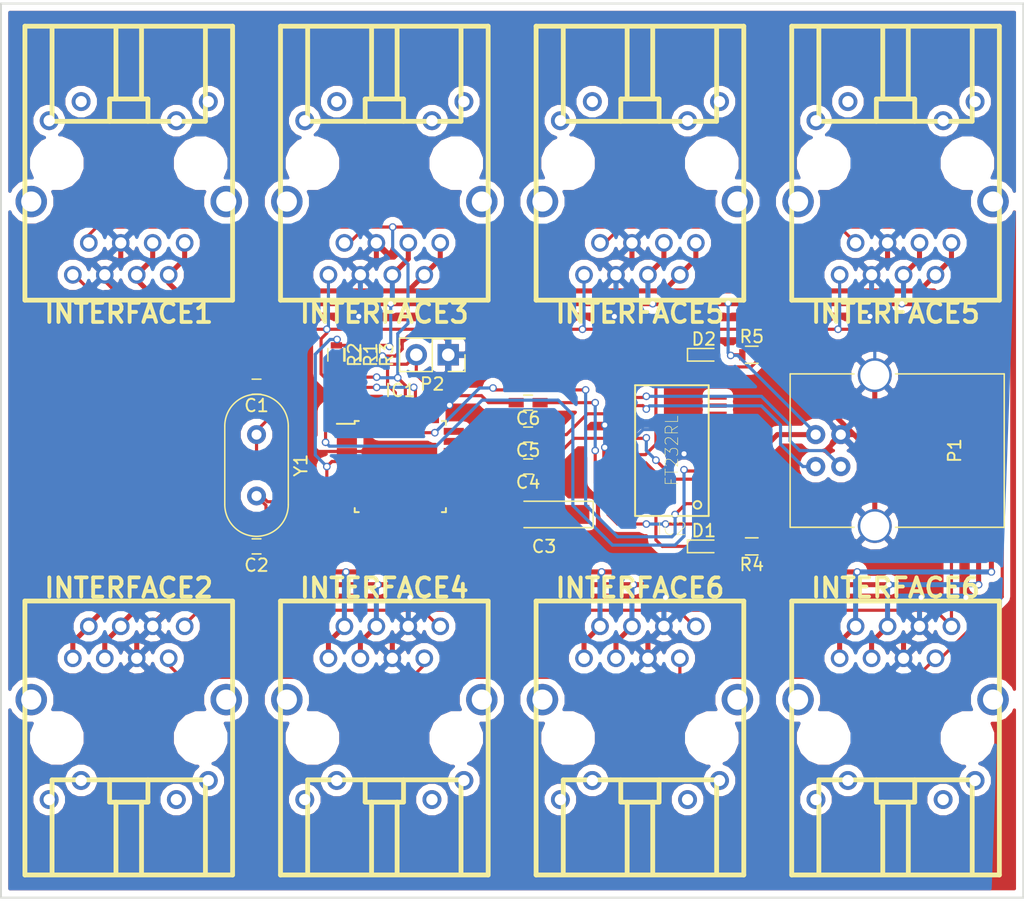
<source format=kicad_pcb>
(kicad_pcb (version 4) (host pcbnew 4.0.5)
  (layers (0 F.Cu signal) (31 B.Cu signal) (34 B.Paste user) (35 F.Paste user) (36 B.SilkS user) (37 F.SilkS user) (38 B.Mask user) (39 F.Mask user) (44 Edge.Cuts user))
  (net 0 "")
  (net 1 XTAL1)
  (net 2 GND)
  (net 3 XTAL2)
  (net 4 +5V)
  (net 5 "Net-(C3-Pad2)")
  (net 6 +3V3)
  (net 7 DTR)
  (net 8 RST)
  (net 9 "Net-(D1-Pad2)")
  (net 10 "Net-(D1-Pad1)")
  (net 11 "Net-(D2-Pad2)")
  (net 12 "Net-(D2-Pad1)")
  (net 13 "Net-(IC2-Pad28)")
  (net 14 "Net-(IC2-Pad27)")
  (net 15 "Net-(IC2-Pad19)")
  (net 16 "Net-(IC2-Pad16)")
  (net 17 "Net-(IC2-Pad15)")
  (net 18 TX1)
  (net 19 RTS)
  (net 20 RX1)
  (net 21 "Net-(IC2-Pad6)")
  (net 22 "Net-(IC2-Pad9)")
  (net 23 "Net-(IC2-Pad10)")
  (net 24 CTS)
  (net 25 "Net-(IC2-Pad12)")
  (net 26 "Net-(IC2-Pad13)")
  (net 27 "Net-(IC2-Pad14)")
  (net 28 +12V)
  (net 29 SCL)
  (net 30 SDA)
  (net 31 "Net-(J1-Pad9)")
  (net 32 "Net-(J2-Pad9)")
  (net 33 "Net-(J3-Pad9)")
  (net 34 "Net-(J4-Pad9)")
  (net 35 "Net-(J5-Pad9)")
  (net 36 "Net-(J6-Pad9)")
  (net 37 "Net-(J7-Pad9)")
  (net 38 "Net-(J8-Pad9)")
  (net 39 PCINT19)
  (net 40 PCINT20)
  (net 41 PCINT21)
  (net 42 PCINT22)
  (net 43 PCINT23)
  (net 44 PCINT0)
  (net 45 PCINT1)
  (net 46 SS)
  (net 47 MOSI)
  (net 48 MISO)
  (net 49 SCK)
  (net 50 AVCC)
  (net 51 ADC6)
  (net 52 AREF)
  (net 53 ACD7)
  (net 54 ADC0)
  (net 55 ADC1)
  (net 56 ADC2)
  (net 57 ADC3)
  (net 58 PCINT18)
  (module custom:logomark.soldermask (layer F.Cu) (at 78.105 64.135)
    (fp_text reference G*** hide)
    (fp_text value LOGO hide)
  )
  (module Capacitors_SMD:C_0603 (layer F.Cu) (at 88.9 55.88 180)
    (fp_text reference C1 (at 0 -1.5 180) (layer F.SilkS))
    (fp_text value C)
    (pad 1 smd rect (at -0.75 0 180) (size 0.8 0.75) (layers F.Cu F.Paste F.Mask) (net 1 XTAL1))
    (pad 2 smd rect (at 0.75 0 180) (size 0.8 0.75) (layers F.Cu F.Paste F.Mask) (net 2 GND))
  )
  (module Capacitors_SMD:C_0603 (layer F.Cu) (at 88.9 68.58 180)
    (fp_text reference C2 (at 0 -1.5 180) (layer F.SilkS))
    (fp_text value C)
    (pad 1 smd rect (at -0.75 0 180) (size 0.8 0.75) (layers F.Cu F.Paste F.Mask) (net 3 XTAL2))
    (pad 2 smd rect (at 0.75 0 180) (size 0.8 0.75) (layers F.Cu F.Paste F.Mask) (net 2 GND))
  )
  (module Capacitors_Tantalum_SMD:CP_Tantalum_Case-S_EIA-3216-12_Hand (layer F.Cu) (at 111.76 66.04 180)
    (fp_text reference C3 (at 0 -2.55 180) (layer F.SilkS))
    (fp_text value 10uF)
    (pad 1 smd rect (at -2 0 180) (size 3.2 1.5) (layers F.Cu F.Paste F.Mask) (net 4 +5V))
    (pad 2 smd rect (at 2 0 180) (size 3.2 1.5) (layers F.Cu F.Paste F.Mask) (net 5 "Net-(C3-Pad2)"))
  )
  (module Capacitors_SMD:C_0603_HandSoldering (layer F.Cu) (at 110.49 62.23 180)
    (fp_text reference C4 (at 0 -1.25 180) (layer F.SilkS))
    (fp_text value 0.1uF)
    (pad 1 smd rect (at -0.95 0 180) (size 1.2 0.75) (layers F.Cu F.Paste F.Mask) (net 4 +5V))
    (pad 2 smd rect (at 0.95 0 180) (size 1.2 0.75) (layers F.Cu F.Paste F.Mask) (net 5 "Net-(C3-Pad2)"))
  )
  (module Capacitors_SMD:C_0603_HandSoldering (layer F.Cu) (at 110.49 59.69 180)
    (fp_text reference C5 (at 0 -1.25 180) (layer F.SilkS))
    (fp_text value 0.1uF)
    (pad 1 smd rect (at -0.95 0 180) (size 1.2 0.75) (layers F.Cu F.Paste F.Mask) (net 6 +3V3))
    (pad 2 smd rect (at 0.95 0 180) (size 1.2 0.75) (layers F.Cu F.Paste F.Mask) (net 5 "Net-(C3-Pad2)"))
  )
  (module Capacitors_SMD:C_0603_HandSoldering (layer F.Cu) (at 110.49 57.15 180)
    (fp_text reference C6 (at 0 -1.25 180) (layer F.SilkS))
    (fp_text value 100nF)
    (pad 1 smd rect (at -0.95 0 180) (size 1.2 0.75) (layers F.Cu F.Paste F.Mask) (net 7 DTR))
    (pad 2 smd rect (at 0.95 0 180) (size 1.2 0.75) (layers F.Cu F.Paste F.Mask) (net 8 RST))
  )
  (module LEDs:LED_0603 (layer F.Cu) (at 124.46 68.58)
    (fp_text reference D1 (at 0 -1.25) (layer F.SilkS))
    (fp_text value LED)
    (pad 2 smd rect (at 0.8 0 180) (size 0.8 0.8) (layers F.Cu F.Paste F.Mask) (net 9 "Net-(D1-Pad2)"))
    (pad 1 smd rect (at -0.8 0 180) (size 0.8 0.8) (layers F.Cu F.Paste F.Mask) (net 10 "Net-(D1-Pad1)"))
  )
  (module LEDs:LED_0603 (layer F.Cu) (at 124.46 53.34)
    (fp_text reference D2 (at 0 -1.25) (layer F.SilkS))
    (fp_text value LED)
    (pad 2 smd rect (at 0.8 0 180) (size 0.8 0.8) (layers F.Cu F.Paste F.Mask) (net 11 "Net-(D2-Pad2)"))
    (pad 1 smd rect (at -0.8 0 180) (size 0.8 0.8) (layers F.Cu F.Paste F.Mask) (net 12 "Net-(D2-Pad1)"))
  )
  (module FT232RL:SSOP28-LD (layer F.Cu) (at 121.92 60.96 90)
    (fp_text reference IC2 (at -6.223 0 180) (layer F.SilkS) (effects (font (thickness 0.05))))
    (fp_text value FT232RL (at 0 0 90) (layer F.SilkS) (effects (font (size 1 0.9) (thickness 0.05))))
    (pad 28 smd rect (at -4.225 -3.656 90) (size 0.348 1.397) (layers F.Cu F.Paste F.Mask) (net 13 "Net-(IC2-Pad28)"))
    (pad 27 smd rect (at -3.575 -3.656 90) (size 0.348 1.397) (layers F.Cu F.Paste F.Mask) (net 14 "Net-(IC2-Pad27)"))
    (pad 26 smd rect (at -2.925 -3.656 90) (size 0.348 1.397) (layers F.Cu F.Paste F.Mask) (net 2 GND))
    (pad 25 smd rect (at -2.275 -3.656 90) (size 0.348 1.397) (layers F.Cu F.Paste F.Mask) (net 2 GND))
    (pad 24 smd rect (at -1.625 -3.656 90) (size 0.348 1.397) (layers F.Cu F.Paste F.Mask))
    (pad 23 smd rect (at -0.975 -3.656 90) (size 0.348 1.397) (layers F.Cu F.Paste F.Mask) (net 10 "Net-(D1-Pad1)"))
    (pad 22 smd rect (at -0.325 -3.656 90) (size 0.348 1.397) (layers F.Cu F.Paste F.Mask) (net 12 "Net-(D2-Pad1)"))
    (pad 20 smd rect (at 0.975 -3.656 90) (size 0.348 1.397) (layers F.Cu F.Paste F.Mask) (net 4 +5V))
    (pad 21 smd rect (at 0.325 -3.656 90) (size 0.348 1.397) (layers F.Cu F.Paste F.Mask) (net 2 GND))
    (pad 19 smd rect (at 1.625 -3.656 90) (size 0.348 1.397) (layers F.Cu F.Paste F.Mask) (net 15 "Net-(IC2-Pad19)"))
    (pad 18 smd rect (at 2.275 -3.656 90) (size 0.348 1.397) (layers F.Cu F.Paste F.Mask) (net 2 GND))
    (pad 17 smd rect (at 2.925 -3.656 90) (size 0.348 1.397) (layers F.Cu F.Paste F.Mask) (net 6 +3V3))
    (pad 16 smd rect (at 3.575 -3.656 90) (size 0.348 1.397) (layers F.Cu F.Paste F.Mask) (net 16 "Net-(IC2-Pad16)"))
    (pad 15 smd rect (at 4.225 -3.656 90) (size 0.348 1.397) (layers F.Cu F.Paste F.Mask) (net 17 "Net-(IC2-Pad15)"))
    (pad 1 smd rect (at -4.225 3.656 90) (size 0.348 1.397) (layers F.Cu F.Paste F.Mask) (net 18 TX1))
    (pad 2 smd rect (at -3.575 3.656 90) (size 0.348 1.397) (layers F.Cu F.Paste F.Mask) (net 7 DTR))
    (pad 3 smd rect (at -2.925 3.656 90) (size 0.348 1.397) (layers F.Cu F.Paste F.Mask) (net 19 RTS))
    (pad 4 smd rect (at -2.275 3.656 90) (size 0.348 1.397) (layers F.Cu F.Paste F.Mask) (net 4 +5V))
    (pad 5 smd rect (at -1.625 3.656 90) (size 0.348 1.397) (layers F.Cu F.Paste F.Mask) (net 20 RX1))
    (pad 6 smd rect (at -0.975 3.656 90) (size 0.348 1.397) (layers F.Cu F.Paste F.Mask) (net 21 "Net-(IC2-Pad6)"))
    (pad 7 smd rect (at -0.325 3.656 90) (size 0.348 1.397) (layers F.Cu F.Paste F.Mask) (net 2 GND))
    (pad 8 smd rect (at 0.325 3.656 90) (size 0.348 1.397) (layers F.Cu F.Paste F.Mask))
    (pad 9 smd rect (at 0.975 3.656 90) (size 0.348 1.397) (layers F.Cu F.Paste F.Mask) (net 22 "Net-(IC2-Pad9)"))
    (pad 10 smd rect (at 1.625 3.656 90) (size 0.348 1.397) (layers F.Cu F.Paste F.Mask) (net 23 "Net-(IC2-Pad10)"))
    (pad 11 smd rect (at 2.275 3.656 90) (size 0.348 1.397) (layers F.Cu F.Paste F.Mask) (net 24 CTS))
    (pad 12 smd rect (at 2.925 3.656 90) (size 0.348 1.397) (layers F.Cu F.Paste F.Mask) (net 25 "Net-(IC2-Pad12)"))
    (pad 13 smd rect (at 3.575 3.656 90) (size 0.348 1.397) (layers F.Cu F.Paste F.Mask) (net 26 "Net-(IC2-Pad13)"))
    (pad 14 smd rect (at 4.225 3.656 90) (size 0.348 1.397) (layers F.Cu F.Paste F.Mask) (net 27 "Net-(IC2-Pad14)"))
  )
  (module w_conn_pc:rj45-wiznet-rb1-125bag1a (layer F.Cu) (at 78.74 38.1 180)
    (fp_text reference "" (at 0 12.446 180) (layer F.SilkS) (effects (font (thickness 0.3048))))
    (fp_text value INTERFACE1 (at 0 -11.938 180) (layer F.SilkS) (effects (font (thickness 0.3048))))
    (pad 3 thru_hole circle (at -1.905 -6.34 180) (size 1.4 1.4) (drill 0.9) (layers *.Cu *.Mask) (net 4 +5V))
    (pad 1 thru_hole circle (at -4.445 -6.34 180) (size 1.4 1.4) (drill 0.9) (layers *.Cu *.Mask) (net 28 +12V))
    (pad 2 thru_hole circle (at -3.175 -8.88 180) (size 1.4 1.4) (drill 0.9) (layers *.Cu *.Mask) (net 28 +12V))
    (pad 4 thru_hole circle (at -0.635 -8.88 180) (size 1.4 1.4) (drill 0.9) (layers *.Cu *.Mask) (net 4 +5V))
    (pad 5 thru_hole circle (at 0.635 -6.34 180) (size 1.4 1.4) (drill 0.9) (layers *.Cu *.Mask) (net 2 GND))
    (pad 6 thru_hole circle (at 1.905 -8.88 180) (size 1.4 1.4) (drill 0.9) (layers *.Cu *.Mask) (net 2 GND))
    (pad 7 thru_hole circle (at 3.175 -6.34 180) (size 1.4 1.4) (drill 0.9) (layers *.Cu *.Mask) (net 29 SCL))
    (pad 8 thru_hole circle (at 4.445 -8.88 180) (size 1.4 1.4) (drill 0.9) (layers *.Cu *.Mask) (net 30 SDA))
    (pad 13 thru_hole circle (at -7.75 -3.05 180) (size 2.5 2.5) (drill 1.6) (layers *.Cu *.Mask))
    (pad 13 thru_hole circle (at 7.75 -3.05 180) (size 2.5 2.5) (drill 1.6) (layers *.Cu *.Mask))
    (pad "" np_thru_hole circle (at -5.715 0 180) (size 3.25 3.25) (drill 3.25) (layers *.Cu))
    (pad "" np_thru_hole circle (at 5.715 0 180) (size 3.25 3.25) (drill 3.25) (layers *.Cu))
    (pad 10 thru_hole circle (at 3.785 4.9 180) (size 1.5 1.5) (drill 0.9) (layers *.Cu *.Mask))
    (pad 9 thru_hole circle (at 6.325 3.38 180) (size 1.5 1.5) (drill 0.9) (layers *.Cu *.Mask) (net 31 "Net-(J1-Pad9)"))
    (pad 12 thru_hole circle (at -6.325 4.9 180) (size 1.5 1.5) (drill 0.9) (layers *.Cu *.Mask))
    (pad 11 thru_hole circle (at -3.785 3.38 180) (size 1.5 1.5) (drill 0.9) (layers *.Cu *.Mask))
  )
  (module w_conn_pc:rj45-wiznet-rb1-125bag1a (layer F.Cu) (at 99.06 38.1 180)
    (fp_text reference "" (at 0 12.446 180) (layer F.SilkS) (effects (font (thickness 0.3048))))
    (fp_text value INTERFACE3 (at 0 -11.938 180) (layer F.SilkS) (effects (font (thickness 0.3048))))
    (pad 3 thru_hole circle (at -1.905 -6.34 180) (size 1.4 1.4) (drill 0.9) (layers *.Cu *.Mask) (net 4 +5V))
    (pad 1 thru_hole circle (at -4.445 -6.34 180) (size 1.4 1.4) (drill 0.9) (layers *.Cu *.Mask) (net 28 +12V))
    (pad 2 thru_hole circle (at -3.175 -8.88 180) (size 1.4 1.4) (drill 0.9) (layers *.Cu *.Mask) (net 28 +12V))
    (pad 4 thru_hole circle (at -0.635 -8.88 180) (size 1.4 1.4) (drill 0.9) (layers *.Cu *.Mask) (net 4 +5V))
    (pad 5 thru_hole circle (at 0.635 -6.34 180) (size 1.4 1.4) (drill 0.9) (layers *.Cu *.Mask) (net 2 GND))
    (pad 6 thru_hole circle (at 1.905 -8.88 180) (size 1.4 1.4) (drill 0.9) (layers *.Cu *.Mask) (net 2 GND))
    (pad 7 thru_hole circle (at 3.175 -6.34 180) (size 1.4 1.4) (drill 0.9) (layers *.Cu *.Mask) (net 29 SCL))
    (pad 8 thru_hole circle (at 4.445 -8.88 180) (size 1.4 1.4) (drill 0.9) (layers *.Cu *.Mask) (net 30 SDA))
    (pad 13 thru_hole circle (at -7.75 -3.05 180) (size 2.5 2.5) (drill 1.6) (layers *.Cu *.Mask))
    (pad 13 thru_hole circle (at 7.75 -3.05 180) (size 2.5 2.5) (drill 1.6) (layers *.Cu *.Mask))
    (pad "" np_thru_hole circle (at -5.715 0 180) (size 3.25 3.25) (drill 3.25) (layers *.Cu))
    (pad "" np_thru_hole circle (at 5.715 0 180) (size 3.25 3.25) (drill 3.25) (layers *.Cu))
    (pad 10 thru_hole circle (at 3.785 4.9 180) (size 1.5 1.5) (drill 0.9) (layers *.Cu *.Mask))
    (pad 9 thru_hole circle (at 6.325 3.38 180) (size 1.5 1.5) (drill 0.9) (layers *.Cu *.Mask) (net 32 "Net-(J2-Pad9)"))
    (pad 12 thru_hole circle (at -6.325 4.9 180) (size 1.5 1.5) (drill 0.9) (layers *.Cu *.Mask))
    (pad 11 thru_hole circle (at -3.785 3.38 180) (size 1.5 1.5) (drill 0.9) (layers *.Cu *.Mask))
  )
  (module w_conn_pc:rj45-wiznet-rb1-125bag1a (layer F.Cu) (at 119.38 38.1 180)
    (fp_text reference "" (at 0 12.446 180) (layer F.SilkS) (effects (font (thickness 0.3048))))
    (fp_text value INTERFACE5 (at 0 -11.938 180) (layer F.SilkS) (effects (font (thickness 0.3048))))
    (pad 3 thru_hole circle (at -1.905 -6.34 180) (size 1.4 1.4) (drill 0.9) (layers *.Cu *.Mask) (net 4 +5V))
    (pad 1 thru_hole circle (at -4.445 -6.34 180) (size 1.4 1.4) (drill 0.9) (layers *.Cu *.Mask) (net 28 +12V))
    (pad 2 thru_hole circle (at -3.175 -8.88 180) (size 1.4 1.4) (drill 0.9) (layers *.Cu *.Mask) (net 28 +12V))
    (pad 4 thru_hole circle (at -0.635 -8.88 180) (size 1.4 1.4) (drill 0.9) (layers *.Cu *.Mask) (net 4 +5V))
    (pad 5 thru_hole circle (at 0.635 -6.34 180) (size 1.4 1.4) (drill 0.9) (layers *.Cu *.Mask) (net 2 GND))
    (pad 6 thru_hole circle (at 1.905 -8.88 180) (size 1.4 1.4) (drill 0.9) (layers *.Cu *.Mask) (net 2 GND))
    (pad 7 thru_hole circle (at 3.175 -6.34 180) (size 1.4 1.4) (drill 0.9) (layers *.Cu *.Mask) (net 29 SCL))
    (pad 8 thru_hole circle (at 4.445 -8.88 180) (size 1.4 1.4) (drill 0.9) (layers *.Cu *.Mask) (net 30 SDA))
    (pad 13 thru_hole circle (at -7.75 -3.05 180) (size 2.5 2.5) (drill 1.6) (layers *.Cu *.Mask))
    (pad 13 thru_hole circle (at 7.75 -3.05 180) (size 2.5 2.5) (drill 1.6) (layers *.Cu *.Mask))
    (pad "" np_thru_hole circle (at -5.715 0 180) (size 3.25 3.25) (drill 3.25) (layers *.Cu))
    (pad "" np_thru_hole circle (at 5.715 0 180) (size 3.25 3.25) (drill 3.25) (layers *.Cu))
    (pad 10 thru_hole circle (at 3.785 4.9 180) (size 1.5 1.5) (drill 0.9) (layers *.Cu *.Mask))
    (pad 9 thru_hole circle (at 6.325 3.38 180) (size 1.5 1.5) (drill 0.9) (layers *.Cu *.Mask) (net 33 "Net-(J3-Pad9)"))
    (pad 12 thru_hole circle (at -6.325 4.9 180) (size 1.5 1.5) (drill 0.9) (layers *.Cu *.Mask))
    (pad 11 thru_hole circle (at -3.785 3.38 180) (size 1.5 1.5) (drill 0.9) (layers *.Cu *.Mask))
  )
  (module w_conn_pc:rj45-wiznet-rb1-125bag1a (layer F.Cu) (at 139.7 38.1 180)
    (fp_text reference "" (at 0 12.446 180) (layer F.SilkS) (effects (font (thickness 0.3048))))
    (fp_text value INTERFACE5 (at 0 -11.938 180) (layer F.SilkS) (effects (font (thickness 0.3048))))
    (pad 3 thru_hole circle (at -1.905 -6.34 180) (size 1.4 1.4) (drill 0.9) (layers *.Cu *.Mask) (net 4 +5V))
    (pad 1 thru_hole circle (at -4.445 -6.34 180) (size 1.4 1.4) (drill 0.9) (layers *.Cu *.Mask) (net 28 +12V))
    (pad 2 thru_hole circle (at -3.175 -8.88 180) (size 1.4 1.4) (drill 0.9) (layers *.Cu *.Mask) (net 28 +12V))
    (pad 4 thru_hole circle (at -0.635 -8.88 180) (size 1.4 1.4) (drill 0.9) (layers *.Cu *.Mask) (net 4 +5V))
    (pad 5 thru_hole circle (at 0.635 -6.34 180) (size 1.4 1.4) (drill 0.9) (layers *.Cu *.Mask) (net 2 GND))
    (pad 6 thru_hole circle (at 1.905 -8.88 180) (size 1.4 1.4) (drill 0.9) (layers *.Cu *.Mask) (net 2 GND))
    (pad 7 thru_hole circle (at 3.175 -6.34 180) (size 1.4 1.4) (drill 0.9) (layers *.Cu *.Mask) (net 29 SCL))
    (pad 8 thru_hole circle (at 4.445 -8.88 180) (size 1.4 1.4) (drill 0.9) (layers *.Cu *.Mask) (net 30 SDA))
    (pad 13 thru_hole circle (at -7.75 -3.05 180) (size 2.5 2.5) (drill 1.6) (layers *.Cu *.Mask))
    (pad 13 thru_hole circle (at 7.75 -3.05 180) (size 2.5 2.5) (drill 1.6) (layers *.Cu *.Mask))
    (pad "" np_thru_hole circle (at -5.715 0 180) (size 3.25 3.25) (drill 3.25) (layers *.Cu))
    (pad "" np_thru_hole circle (at 5.715 0 180) (size 3.25 3.25) (drill 3.25) (layers *.Cu))
    (pad 10 thru_hole circle (at 3.785 4.9 180) (size 1.5 1.5) (drill 0.9) (layers *.Cu *.Mask))
    (pad 9 thru_hole circle (at 6.325 3.38 180) (size 1.5 1.5) (drill 0.9) (layers *.Cu *.Mask) (net 34 "Net-(J4-Pad9)"))
    (pad 12 thru_hole circle (at -6.325 4.9 180) (size 1.5 1.5) (drill 0.9) (layers *.Cu *.Mask))
    (pad 11 thru_hole circle (at -3.785 3.38 180) (size 1.5 1.5) (drill 0.9) (layers *.Cu *.Mask))
  )
  (module w_conn_pc:rj45-wiznet-rb1-125bag1a (layer F.Cu) (at 78.74 83.82)
    (fp_text reference "" (at 0 12.446) (layer F.SilkS) (effects (font (thickness 0.3048))))
    (fp_text value INTERFACE2 (at 0 -11.938) (layer F.SilkS) (effects (font (thickness 0.3048))))
    (pad 3 thru_hole circle (at -1.905 -6.34) (size 1.4 1.4) (drill 0.9) (layers *.Cu *.Mask) (net 4 +5V))
    (pad 1 thru_hole circle (at -4.445 -6.34) (size 1.4 1.4) (drill 0.9) (layers *.Cu *.Mask) (net 28 +12V))
    (pad 2 thru_hole circle (at -3.175 -8.88) (size 1.4 1.4) (drill 0.9) (layers *.Cu *.Mask) (net 28 +12V))
    (pad 4 thru_hole circle (at -0.635 -8.88) (size 1.4 1.4) (drill 0.9) (layers *.Cu *.Mask) (net 4 +5V))
    (pad 5 thru_hole circle (at 0.635 -6.34) (size 1.4 1.4) (drill 0.9) (layers *.Cu *.Mask) (net 2 GND))
    (pad 6 thru_hole circle (at 1.905 -8.88) (size 1.4 1.4) (drill 0.9) (layers *.Cu *.Mask) (net 2 GND))
    (pad 7 thru_hole circle (at 3.175 -6.34) (size 1.4 1.4) (drill 0.9) (layers *.Cu *.Mask) (net 29 SCL))
    (pad 8 thru_hole circle (at 4.445 -8.88) (size 1.4 1.4) (drill 0.9) (layers *.Cu *.Mask) (net 30 SDA))
    (pad 13 thru_hole circle (at -7.75 -3.05) (size 2.5 2.5) (drill 1.6) (layers *.Cu *.Mask))
    (pad 13 thru_hole circle (at 7.75 -3.05) (size 2.5 2.5) (drill 1.6) (layers *.Cu *.Mask))
    (pad "" np_thru_hole circle (at -5.715 0) (size 3.25 3.25) (drill 3.25) (layers *.Cu))
    (pad "" np_thru_hole circle (at 5.715 0) (size 3.25 3.25) (drill 3.25) (layers *.Cu))
    (pad 10 thru_hole circle (at 3.785 4.9) (size 1.5 1.5) (drill 0.9) (layers *.Cu *.Mask))
    (pad 9 thru_hole circle (at 6.325 3.38) (size 1.5 1.5) (drill 0.9) (layers *.Cu *.Mask) (net 35 "Net-(J5-Pad9)"))
    (pad 12 thru_hole circle (at -6.325 4.9) (size 1.5 1.5) (drill 0.9) (layers *.Cu *.Mask))
    (pad 11 thru_hole circle (at -3.785 3.38) (size 1.5 1.5) (drill 0.9) (layers *.Cu *.Mask))
  )
  (module w_conn_pc:rj45-wiznet-rb1-125bag1a (layer F.Cu) (at 99.06 83.82)
    (fp_text reference "" (at 0 12.446) (layer F.SilkS) (effects (font (thickness 0.3048))))
    (fp_text value INTERFACE4 (at 0 -11.938) (layer F.SilkS) (effects (font (thickness 0.3048))))
    (pad 3 thru_hole circle (at -1.905 -6.34) (size 1.4 1.4) (drill 0.9) (layers *.Cu *.Mask) (net 4 +5V))
    (pad 1 thru_hole circle (at -4.445 -6.34) (size 1.4 1.4) (drill 0.9) (layers *.Cu *.Mask) (net 28 +12V))
    (pad 2 thru_hole circle (at -3.175 -8.88) (size 1.4 1.4) (drill 0.9) (layers *.Cu *.Mask) (net 28 +12V))
    (pad 4 thru_hole circle (at -0.635 -8.88) (size 1.4 1.4) (drill 0.9) (layers *.Cu *.Mask) (net 4 +5V))
    (pad 5 thru_hole circle (at 0.635 -6.34) (size 1.4 1.4) (drill 0.9) (layers *.Cu *.Mask) (net 2 GND))
    (pad 6 thru_hole circle (at 1.905 -8.88) (size 1.4 1.4) (drill 0.9) (layers *.Cu *.Mask) (net 2 GND))
    (pad 7 thru_hole circle (at 3.175 -6.34) (size 1.4 1.4) (drill 0.9) (layers *.Cu *.Mask) (net 29 SCL))
    (pad 8 thru_hole circle (at 4.445 -8.88) (size 1.4 1.4) (drill 0.9) (layers *.Cu *.Mask) (net 30 SDA))
    (pad 13 thru_hole circle (at -7.75 -3.05) (size 2.5 2.5) (drill 1.6) (layers *.Cu *.Mask))
    (pad 13 thru_hole circle (at 7.75 -3.05) (size 2.5 2.5) (drill 1.6) (layers *.Cu *.Mask))
    (pad "" np_thru_hole circle (at -5.715 0) (size 3.25 3.25) (drill 3.25) (layers *.Cu))
    (pad "" np_thru_hole circle (at 5.715 0) (size 3.25 3.25) (drill 3.25) (layers *.Cu))
    (pad 10 thru_hole circle (at 3.785 4.9) (size 1.5 1.5) (drill 0.9) (layers *.Cu *.Mask))
    (pad 9 thru_hole circle (at 6.325 3.38) (size 1.5 1.5) (drill 0.9) (layers *.Cu *.Mask) (net 36 "Net-(J6-Pad9)"))
    (pad 12 thru_hole circle (at -6.325 4.9) (size 1.5 1.5) (drill 0.9) (layers *.Cu *.Mask))
    (pad 11 thru_hole circle (at -3.785 3.38) (size 1.5 1.5) (drill 0.9) (layers *.Cu *.Mask))
  )
  (module w_conn_pc:rj45-wiznet-rb1-125bag1a (layer F.Cu) (at 119.38 83.82)
    (fp_text reference "" (at 0 12.446) (layer F.SilkS) (effects (font (thickness 0.3048))))
    (fp_text value INTERFACE6 (at 0 -11.938) (layer F.SilkS) (effects (font (thickness 0.3048))))
    (pad 3 thru_hole circle (at -1.905 -6.34) (size 1.4 1.4) (drill 0.9) (layers *.Cu *.Mask) (net 4 +5V))
    (pad 1 thru_hole circle (at -4.445 -6.34) (size 1.4 1.4) (drill 0.9) (layers *.Cu *.Mask) (net 28 +12V))
    (pad 2 thru_hole circle (at -3.175 -8.88) (size 1.4 1.4) (drill 0.9) (layers *.Cu *.Mask) (net 28 +12V))
    (pad 4 thru_hole circle (at -0.635 -8.88) (size 1.4 1.4) (drill 0.9) (layers *.Cu *.Mask) (net 4 +5V))
    (pad 5 thru_hole circle (at 0.635 -6.34) (size 1.4 1.4) (drill 0.9) (layers *.Cu *.Mask) (net 2 GND))
    (pad 6 thru_hole circle (at 1.905 -8.88) (size 1.4 1.4) (drill 0.9) (layers *.Cu *.Mask) (net 2 GND))
    (pad 7 thru_hole circle (at 3.175 -6.34) (size 1.4 1.4) (drill 0.9) (layers *.Cu *.Mask) (net 29 SCL))
    (pad 8 thru_hole circle (at 4.445 -8.88) (size 1.4 1.4) (drill 0.9) (layers *.Cu *.Mask) (net 30 SDA))
    (pad 13 thru_hole circle (at -7.75 -3.05) (size 2.5 2.5) (drill 1.6) (layers *.Cu *.Mask))
    (pad 13 thru_hole circle (at 7.75 -3.05) (size 2.5 2.5) (drill 1.6) (layers *.Cu *.Mask))
    (pad "" np_thru_hole circle (at -5.715 0) (size 3.25 3.25) (drill 3.25) (layers *.Cu))
    (pad "" np_thru_hole circle (at 5.715 0) (size 3.25 3.25) (drill 3.25) (layers *.Cu))
    (pad 10 thru_hole circle (at 3.785 4.9) (size 1.5 1.5) (drill 0.9) (layers *.Cu *.Mask))
    (pad 9 thru_hole circle (at 6.325 3.38) (size 1.5 1.5) (drill 0.9) (layers *.Cu *.Mask) (net 37 "Net-(J7-Pad9)"))
    (pad 12 thru_hole circle (at -6.325 4.9) (size 1.5 1.5) (drill 0.9) (layers *.Cu *.Mask))
    (pad 11 thru_hole circle (at -3.785 3.38) (size 1.5 1.5) (drill 0.9) (layers *.Cu *.Mask))
  )
  (module w_conn_pc:rj45-wiznet-rb1-125bag1a (layer F.Cu) (at 139.7 83.82)
    (fp_text reference "" (at 0 12.446) (layer F.SilkS) (effects (font (thickness 0.3048))))
    (fp_text value INTERFACE6 (at 0 -11.938) (layer F.SilkS) (effects (font (thickness 0.3048))))
    (pad 3 thru_hole circle (at -1.905 -6.34) (size 1.4 1.4) (drill 0.9) (layers *.Cu *.Mask) (net 4 +5V))
    (pad 1 thru_hole circle (at -4.445 -6.34) (size 1.4 1.4) (drill 0.9) (layers *.Cu *.Mask) (net 28 +12V))
    (pad 2 thru_hole circle (at -3.175 -8.88) (size 1.4 1.4) (drill 0.9) (layers *.Cu *.Mask) (net 28 +12V))
    (pad 4 thru_hole circle (at -0.635 -8.88) (size 1.4 1.4) (drill 0.9) (layers *.Cu *.Mask) (net 4 +5V))
    (pad 5 thru_hole circle (at 0.635 -6.34) (size 1.4 1.4) (drill 0.9) (layers *.Cu *.Mask) (net 2 GND))
    (pad 6 thru_hole circle (at 1.905 -8.88) (size 1.4 1.4) (drill 0.9) (layers *.Cu *.Mask) (net 2 GND))
    (pad 7 thru_hole circle (at 3.175 -6.34) (size 1.4 1.4) (drill 0.9) (layers *.Cu *.Mask) (net 29 SCL))
    (pad 8 thru_hole circle (at 4.445 -8.88) (size 1.4 1.4) (drill 0.9) (layers *.Cu *.Mask) (net 30 SDA))
    (pad 13 thru_hole circle (at -7.75 -3.05) (size 2.5 2.5) (drill 1.6) (layers *.Cu *.Mask))
    (pad 13 thru_hole circle (at 7.75 -3.05) (size 2.5 2.5) (drill 1.6) (layers *.Cu *.Mask))
    (pad "" np_thru_hole circle (at -5.715 0) (size 3.25 3.25) (drill 3.25) (layers *.Cu))
    (pad "" np_thru_hole circle (at 5.715 0) (size 3.25 3.25) (drill 3.25) (layers *.Cu))
    (pad 10 thru_hole circle (at 3.785 4.9) (size 1.5 1.5) (drill 0.9) (layers *.Cu *.Mask))
    (pad 9 thru_hole circle (at 6.325 3.38) (size 1.5 1.5) (drill 0.9) (layers *.Cu *.Mask) (net 38 "Net-(J8-Pad9)"))
    (pad 12 thru_hole circle (at -6.325 4.9) (size 1.5 1.5) (drill 0.9) (layers *.Cu *.Mask))
    (pad 11 thru_hole circle (at -3.785 3.38) (size 1.5 1.5) (drill 0.9) (layers *.Cu *.Mask))
  )
  (module Connect:USB_B (layer F.Cu) (at 133.35 59.69)
    (fp_text reference P1 (at 11.05 1.27 90) (layer F.SilkS))
    (fp_text value USB_B)
    (pad 2 thru_hole circle (at 0 2.54 270) (size 1.52 1.52) (drill 0.81) (layers *.Cu *.Mask) (net 16 "Net-(IC2-Pad16)"))
    (pad 1 thru_hole circle (at 0 0 270) (size 1.52 1.52) (drill 0.81) (layers *.Cu *.Mask) (net 4 +5V))
    (pad 4 thru_hole circle (at 2 0 270) (size 1.52 1.52) (drill 0.81) (layers *.Cu *.Mask) (net 2 GND))
    (pad 3 thru_hole circle (at 2 2.54 270) (size 1.52 1.52) (drill 0.81) (layers *.Cu *.Mask) (net 17 "Net-(IC2-Pad15)"))
    (pad 5 thru_hole circle (at 4.7 7.27 270) (size 2.7 2.7) (drill 2.3) (layers *.Cu *.Mask) (net 2 GND))
    (pad 5 thru_hole circle (at 4.7 -4.73 270) (size 2.7 2.7) (drill 2.3) (layers *.Cu *.Mask) (net 2 GND))
  )
  (module Resistors_SMD:R_0603 (layer F.Cu) (at 96.52 53.34 270)
    (fp_text reference R1 (at 0 -1.45 270) (layer F.SilkS))
    (fp_text value R)
    (pad 1 smd rect (at -0.75 0 270) (size 0.5 0.9) (layers F.Cu F.Paste F.Mask) (net 4 +5V))
    (pad 2 smd rect (at 0.75 0 270) (size 0.5 0.9) (layers F.Cu F.Paste F.Mask) (net 29 SCL))
  )
  (module Resistors_SMD:R_0603 (layer F.Cu) (at 95.25 53.34 270)
    (fp_text reference R2 (at 0 -1.45 270) (layer F.SilkS))
    (fp_text value R)
    (pad 1 smd rect (at -0.75 0 270) (size 0.5 0.9) (layers F.Cu F.Paste F.Mask) (net 4 +5V))
    (pad 2 smd rect (at 0.75 0 270) (size 0.5 0.9) (layers F.Cu F.Paste F.Mask) (net 30 SDA))
  )
  (module Resistors_SMD:R_0603 (layer F.Cu) (at 97.79 53.34 270)
    (fp_text reference R3 (at 0 -1.45 270) (layer F.SilkS))
    (fp_text value 10K)
    (pad 1 smd rect (at -0.75 0 270) (size 0.5 0.9) (layers F.Cu F.Paste F.Mask) (net 4 +5V))
    (pad 2 smd rect (at 0.75 0 270) (size 0.5 0.9) (layers F.Cu F.Paste F.Mask) (net 8 RST))
  )
  (module Resistors_SMD:R_0603 (layer F.Cu) (at 128.27 68.58 180)
    (fp_text reference R4 (at 0 -1.45 180) (layer F.SilkS))
    (fp_text value 1K)
    (pad 1 smd rect (at -0.75 0 180) (size 0.5 0.9) (layers F.Cu F.Paste F.Mask) (net 4 +5V))
    (pad 2 smd rect (at 0.75 0 180) (size 0.5 0.9) (layers F.Cu F.Paste F.Mask) (net 9 "Net-(D1-Pad2)"))
  )
  (module Resistors_SMD:R_0603 (layer F.Cu) (at 128.27 53.34)
    (fp_text reference R5 (at 0 -1.45) (layer F.SilkS))
    (fp_text value 1K)
    (pad 1 smd rect (at -0.75 0) (size 0.5 0.9) (layers F.Cu F.Paste F.Mask) (net 4 +5V))
    (pad 2 smd rect (at 0.75 0) (size 0.5 0.9) (layers F.Cu F.Paste F.Mask) (net 11 "Net-(D2-Pad2)"))
  )
  (module Crystals:Crystal_HC49-U_Vertical (layer F.Cu) (at 88.9 59.69 270)
    (fp_text reference Y1 (at 2.44 -3.525 270) (layer F.SilkS))
    (fp_text value Crystal)
    (pad 1 thru_hole circle (at 0 0 270) (size 1.5 1.5) (drill 0.8) (layers *.Cu *.Mask) (net 1 XTAL1))
    (pad 2 thru_hole circle (at 4.88 0 270) (size 1.5 1.5) (drill 0.8) (layers *.Cu *.Mask) (net 3 XTAL2))
  )
  (module Housings_QFP:TQFP-32_7x7mm_Pitch0.8mm (layer F.Cu) (at 100.33 62.23)
    (fp_text reference IC1 (at 0 -6.05) (layer F.SilkS))
    (fp_text value ATMEGA328-A)
    (pad 1 smd rect (at -4.25 -2.8) (size 1.6 0.55) (layers F.Cu F.Paste F.Mask) (net 39 PCINT19))
    (pad 2 smd rect (at -4.25 -2) (size 1.6 0.55) (layers F.Cu F.Paste F.Mask) (net 40 PCINT20))
    (pad 3 smd rect (at -4.25 -1.2) (size 1.6 0.55) (layers F.Cu F.Paste F.Mask) (net 2 GND))
    (pad 4 smd rect (at -4.25 -0.4) (size 1.6 0.55) (layers F.Cu F.Paste F.Mask) (net 4 +5V))
    (pad 5 smd rect (at -4.25 0.4) (size 1.6 0.55) (layers F.Cu F.Paste F.Mask) (net 2 GND))
    (pad 6 smd rect (at -4.25 1.2) (size 1.6 0.55) (layers F.Cu F.Paste F.Mask) (net 4 +5V))
    (pad 7 smd rect (at -4.25 2) (size 1.6 0.55) (layers F.Cu F.Paste F.Mask) (net 1 XTAL1))
    (pad 8 smd rect (at -4.25 2.8) (size 1.6 0.55) (layers F.Cu F.Paste F.Mask) (net 3 XTAL2))
    (pad 9 smd rect (at -2.8 4.25 90) (size 1.6 0.55) (layers F.Cu F.Paste F.Mask) (net 41 PCINT21))
    (pad 10 smd rect (at -2 4.25 90) (size 1.6 0.55) (layers F.Cu F.Paste F.Mask) (net 42 PCINT22))
    (pad 11 smd rect (at -1.2 4.25 90) (size 1.6 0.55) (layers F.Cu F.Paste F.Mask) (net 43 PCINT23))
    (pad 12 smd rect (at -0.4 4.25 90) (size 1.6 0.55) (layers F.Cu F.Paste F.Mask) (net 44 PCINT0))
    (pad 13 smd rect (at 0.4 4.25 90) (size 1.6 0.55) (layers F.Cu F.Paste F.Mask) (net 45 PCINT1))
    (pad 14 smd rect (at 1.2 4.25 90) (size 1.6 0.55) (layers F.Cu F.Paste F.Mask) (net 46 SS))
    (pad 15 smd rect (at 2 4.25 90) (size 1.6 0.55) (layers F.Cu F.Paste F.Mask) (net 47 MOSI))
    (pad 16 smd rect (at 2.8 4.25 90) (size 1.6 0.55) (layers F.Cu F.Paste F.Mask) (net 48 MISO))
    (pad 17 smd rect (at 4.25 2.8) (size 1.6 0.55) (layers F.Cu F.Paste F.Mask) (net 49 SCK))
    (pad 18 smd rect (at 4.25 2) (size 1.6 0.55) (layers F.Cu F.Paste F.Mask) (net 50 AVCC))
    (pad 19 smd rect (at 4.25 1.2) (size 1.6 0.55) (layers F.Cu F.Paste F.Mask) (net 51 ADC6))
    (pad 20 smd rect (at 4.25 0.4) (size 1.6 0.55) (layers F.Cu F.Paste F.Mask) (net 52 AREF))
    (pad 21 smd rect (at 4.25 -0.4) (size 1.6 0.55) (layers F.Cu F.Paste F.Mask) (net 2 GND))
    (pad 22 smd rect (at 4.25 -1.2) (size 1.6 0.55) (layers F.Cu F.Paste F.Mask) (net 53 ACD7))
    (pad 23 smd rect (at 4.25 -2) (size 1.6 0.55) (layers F.Cu F.Paste F.Mask) (net 54 ADC0))
    (pad 24 smd rect (at 4.25 -2.8) (size 1.6 0.55) (layers F.Cu F.Paste F.Mask) (net 55 ADC1))
    (pad 25 smd rect (at 2.8 -4.25 90) (size 1.6 0.55) (layers F.Cu F.Paste F.Mask) (net 56 ADC2))
    (pad 26 smd rect (at 2 -4.25 90) (size 1.6 0.55) (layers F.Cu F.Paste F.Mask) (net 57 ADC3))
    (pad 27 smd rect (at 1.2 -4.25 90) (size 1.6 0.55) (layers F.Cu F.Paste F.Mask) (net 30 SDA))
    (pad 28 smd rect (at 0.4 -4.25 90) (size 1.6 0.55) (layers F.Cu F.Paste F.Mask) (net 29 SCL))
    (pad 29 smd rect (at -0.4 -4.25 90) (size 1.6 0.55) (layers F.Cu F.Paste F.Mask) (net 8 RST))
    (pad 30 smd rect (at -1.2 -4.25 90) (size 1.6 0.55) (layers F.Cu F.Paste F.Mask) (net 20 RX1))
    (pad 31 smd rect (at -2 -4.25 90) (size 1.6 0.55) (layers F.Cu F.Paste F.Mask) (net 18 TX1))
    (pad 32 smd rect (at -2.8 -4.25 90) (size 1.6 0.55) (layers F.Cu F.Paste F.Mask) (net 58 PCINT18))
  )
  (module Pin_Headers:Pin_Header_Straight_2x01_Pitch2.54mm (layer F.Cu) (at 104.14 53.34 180)
    (fp_text reference P2 (at 1.27 -2.33 180) (layer F.SilkS))
    (fp_text value CONN_01X02)
    (pad 1 thru_hole rect (at 0 0 180) (size 1.7 1.7) (drill 1) (layers *.Cu *.Mask) (net 2 GND))
    (pad 2 thru_hole oval (at 2.54 0 180) (size 1.7 1.7) (drill 1) (layers *.Cu *.Mask) (net 8 RST))
  )
  (gr_line (start 68.58 96.52) (end 68.58 25.4) (angle 90) (layer Edge.Cuts) (width 0.15))
  (gr_line (start 149.86 96.52) (end 68.58 96.52) (angle 90) (layer Edge.Cuts) (width 0.15))
  (gr_line (start 149.86 25.4) (end 149.86 96.52) (angle 90) (layer Edge.Cuts) (width 0.15))
  (gr_line (start 68.58 25.4) (end 149.86 25.4) (angle 90) (layer Edge.Cuts) (width 0.15))
  (segment (start 88.9 59.69) (end 88.9 59.3852) (width 0.25) (layer F.Cu) (net 1))
  (segment (start 88.9 59.3852) (end 89.65 58.6352) (width 0.25) (layer F.Cu) (net 1))
  (segment (start 89.65 58.6352) (end 89.65 55.88) (width 0.25) (layer F.Cu) (net 1))
  (segment (start 88.9 59.69) (end 88.9 62.23) (width 0.25) (layer F.Cu) (net 1))
  (segment (start 90.9 64.23) (end 96.08 64.23) (width 0.25) (layer F.Cu) (net 1))
  (segment (start 88.9 62.23) (end 90.9 64.23) (width 0.25) (layer F.Cu) (net 1))
  (segment (start 138.05 54.96) (end 138.05 50.674) (width 0.25) (layer B.Cu) (net 2))
  (segment (start 138.05 50.674) (end 137.668 50.292) (width 0.25) (layer B.Cu) (net 2))
  (segment (start 104.58 61.83) (end 105.9624 61.83) (width 0.25) (layer F.Cu) (net 2))
  (segment (start 104.14 57.2516) (end 104.14 53.34) (width 0.25) (layer B.Cu) (net 2))
  (segment (start 104.2416 57.3532) (end 104.14 57.2516) (width 0.25) (layer B.Cu) (net 2))
  (via (at 104.2416 57.3532) (size 0.6) (drill 0.4) (layers F.Cu B.Cu) (net 2))
  (segment (start 106.331598 57.3532) (end 104.2416 57.3532) (width 0.25) (layer F.Cu) (net 2))
  (segment (start 106.5784 57.600002) (end 106.331598 57.3532) (width 0.25) (layer F.Cu) (net 2))
  (segment (start 106.5784 61.214) (end 106.5784 57.600002) (width 0.25) (layer F.Cu) (net 2))
  (segment (start 105.9624 61.83) (end 106.5784 61.214) (width 0.25) (layer F.Cu) (net 2))
  (segment (start 116.586 60.706) (end 118.2116 60.706) (width 0.25) (layer B.Cu) (net 2))
  (segment (start 122.9562 61.285) (end 125.576 61.285) (width 0.25) (layer F.Cu) (net 2))
  (segment (start 122.8852 61.214) (end 122.9562 61.285) (width 0.25) (layer F.Cu) (net 2))
  (via (at 122.8852 61.214) (size 0.6) (drill 0.4) (layers F.Cu B.Cu) (net 2))
  (segment (start 120.9548 59.2836) (end 122.8852 61.214) (width 0.25) (layer B.Cu) (net 2))
  (segment (start 119.634 59.2836) (end 120.9548 59.2836) (width 0.25) (layer B.Cu) (net 2))
  (segment (start 118.2116 60.706) (end 119.634 59.2836) (width 0.25) (layer B.Cu) (net 2))
  (segment (start 88.15 55.88) (end 88.15 55.0044) (width 0.25) (layer F.Cu) (net 2))
  (segment (start 92.1196 61.03) (end 96.08 61.03) (width 0.25) (layer F.Cu) (net 2))
  (segment (start 91.4908 60.4012) (end 92.1196 61.03) (width 0.25) (layer F.Cu) (net 2))
  (segment (start 91.4908 55.4736) (end 91.4908 60.4012) (width 0.25) (layer F.Cu) (net 2))
  (segment (start 90.4748 54.4576) (end 91.4908 55.4736) (width 0.25) (layer F.Cu) (net 2))
  (segment (start 88.6968 54.4576) (end 90.4748 54.4576) (width 0.25) (layer F.Cu) (net 2))
  (segment (start 88.15 55.0044) (end 88.6968 54.4576) (width 0.25) (layer F.Cu) (net 2))
  (segment (start 88.15 55.88) (end 88.138 55.88) (width 0.25) (layer F.Cu) (net 2))
  (segment (start 88.138 55.88) (end 86.6648 57.3532) (width 0.25) (layer F.Cu) (net 2))
  (segment (start 86.6648 57.3532) (end 86.6648 67.7672) (width 0.25) (layer F.Cu) (net 2))
  (segment (start 86.6648 67.7672) (end 87.4776 68.58) (width 0.25) (layer F.Cu) (net 2))
  (segment (start 87.4776 68.58) (end 88.15 68.58) (width 0.25) (layer F.Cu) (net 2))
  (segment (start 97.028 50.292) (end 97.028 51.7144) (width 0.25) (layer B.Cu) (net 2))
  (segment (start 97.028 51.7144) (end 98.7552 53.4416) (width 0.25) (layer B.Cu) (net 2))
  (segment (start 98.7552 53.4416) (end 98.9076 53.4416) (width 0.25) (layer B.Cu) (net 2))
  (via (at 98.9076 53.4416) (size 0.6) (drill 0.4) (layers F.Cu B.Cu) (net 2))
  (segment (start 98.9076 53.4416) (end 99.9236 53.4416) (width 0.25) (layer F.Cu) (net 2))
  (segment (start 99.9236 53.4416) (end 100.4824 52.8828) (width 0.25) (layer F.Cu) (net 2))
  (segment (start 100.4824 52.8828) (end 100.4824 52.324) (width 0.25) (layer F.Cu) (net 2))
  (segment (start 100.4824 52.324) (end 100.9396 51.8668) (width 0.25) (layer F.Cu) (net 2))
  (segment (start 100.9396 51.8668) (end 103.6828 51.8668) (width 0.25) (layer F.Cu) (net 2))
  (segment (start 103.6828 51.8668) (end 104.14 52.324) (width 0.25) (layer F.Cu) (net 2))
  (segment (start 104.14 52.324) (end 104.14 53.34) (width 0.25) (layer F.Cu) (net 2))
  (segment (start 96.08 61.03) (end 101.454 61.03) (width 0.25) (layer F.Cu) (net 2))
  (segment (start 101.454 61.03) (end 102.254 61.83) (width 0.25) (layer F.Cu) (net 2))
  (segment (start 96.08 62.63) (end 101.454 62.63) (width 0.25) (layer F.Cu) (net 2))
  (segment (start 102.254 61.83) (end 104.58 61.83) (width 0.25) (layer F.Cu) (net 2))
  (segment (start 101.454 62.63) (end 102.254 61.83) (width 0.25) (layer F.Cu) (net 2))
  (segment (start 118.264 63.235) (end 117.337 63.235) (width 0.4) (layer F.Cu) (net 2))
  (segment (start 116.586 62.484) (end 116.586 60.706) (width 0.4) (layer F.Cu) (net 2))
  (segment (start 117.337 63.235) (end 116.586 62.484) (width 0.4) (layer F.Cu) (net 2))
  (segment (start 118.264 63.885) (end 118.264 63.235) (width 0.4) (layer F.Cu) (net 2))
  (segment (start 118.264 58.685) (end 116.829 58.685) (width 0.25) (layer F.Cu) (net 2))
  (segment (start 116.829 58.685) (end 116.586 58.928) (width 0.25) (layer F.Cu) (net 2))
  (via (at 116.586 58.928) (size 0.6) (drill 0.4) (layers F.Cu B.Cu) (net 2))
  (segment (start 116.586 58.928) (end 116.586 60.706) (width 0.25) (layer B.Cu) (net 2))
  (via (at 116.586 60.706) (size 0.6) (drill 0.4) (layers F.Cu B.Cu) (net 2))
  (segment (start 116.657 60.635) (end 118.264 60.635) (width 0.25) (layer F.Cu) (net 2))
  (segment (start 116.586 60.706) (end 116.657 60.635) (width 0.25) (layer F.Cu) (net 2))
  (segment (start 125.576 61.285) (end 126.675 61.285) (width 0.4) (layer F.Cu) (net 2))
  (segment (start 126.675 61.285) (end 127.508 60.452) (width 0.4) (layer F.Cu) (net 2))
  (segment (start 127.508 60.452) (end 127.508 58.42) (width 0.4) (layer F.Cu) (net 2))
  (segment (start 127.508 58.42) (end 128.524 57.404) (width 0.4) (layer F.Cu) (net 2))
  (segment (start 128.524 57.404) (end 134.112 57.404) (width 0.4) (layer F.Cu) (net 2))
  (segment (start 134.112 57.404) (end 136.652 59.944) (width 0.4) (layer F.Cu) (net 2))
  (segment (start 135.35 59.69) (end 136.398 59.69) (width 0.4) (layer F.Cu) (net 2))
  (segment (start 138.176 62.484) (end 138.05 62.484) (width 0.4) (layer F.Cu) (net 2))
  (segment (start 138.176 61.468) (end 138.176 62.484) (width 0.4) (layer F.Cu) (net 2))
  (segment (start 136.398 59.69) (end 136.652 59.944) (width 0.4) (layer F.Cu) (net 2))
  (segment (start 136.652 59.944) (end 138.176 61.468) (width 0.4) (layer F.Cu) (net 2))
  (segment (start 138.05 54.96) (end 138.05 62.484) (width 0.4) (layer F.Cu) (net 2))
  (segment (start 138.05 62.484) (end 138.05 66.96) (width 0.4) (layer F.Cu) (net 2))
  (segment (start 137.668 50.292) (end 141.732 50.292) (width 0.4) (layer F.Cu) (net 2))
  (segment (start 141.732 50.292) (end 145.288 53.848) (width 0.4) (layer F.Cu) (net 2))
  (segment (start 145.288 53.848) (end 145.288 72.644) (width 0.4) (layer F.Cu) (net 2))
  (via (at 145.288 72.644) (size 0.6) (drill 0.4) (layers F.Cu B.Cu) (net 2))
  (segment (start 145.288 72.644) (end 141.732 72.644) (width 0.4) (layer B.Cu) (net 2))
  (segment (start 121.285 74.94) (end 121.285 72.771) (width 0.4) (layer B.Cu) (net 2))
  (via (at 121.412 72.644) (size 0.6) (drill 0.4) (layers F.Cu B.Cu) (net 2))
  (segment (start 121.285 72.771) (end 121.412 72.644) (width 0.4) (layer B.Cu) (net 2))
  (segment (start 100.965 74.94) (end 100.965 72.771) (width 0.4) (layer B.Cu) (net 2))
  (via (at 101.092 72.644) (size 0.6) (drill 0.4) (layers F.Cu B.Cu) (net 2))
  (segment (start 100.965 72.771) (end 101.092 72.644) (width 0.4) (layer B.Cu) (net 2))
  (segment (start 80.645 74.94) (end 80.645 74.803) (width 0.4) (layer F.Cu) (net 2))
  (segment (start 80.645 74.803) (end 82.804 72.644) (width 0.4) (layer F.Cu) (net 2))
  (segment (start 82.804 72.644) (end 101.092 72.644) (width 0.4) (layer F.Cu) (net 2))
  (segment (start 141.605 72.771) (end 141.605 74.94) (width 0.4) (layer B.Cu) (net 2))
  (segment (start 141.732 72.644) (end 141.605 72.771) (width 0.4) (layer B.Cu) (net 2))
  (via (at 141.732 72.644) (size 0.6) (drill 0.4) (layers F.Cu B.Cu) (net 2))
  (segment (start 121.412 72.644) (end 141.732 72.644) (width 0.4) (layer F.Cu) (net 2))
  (segment (start 101.092 72.644) (end 121.412 72.644) (width 0.4) (layer F.Cu) (net 2))
  (segment (start 97.155 46.98) (end 97.155 50.165) (width 0.4) (layer B.Cu) (net 2))
  (via (at 97.028 50.292) (size 0.6) (drill 0.4) (layers F.Cu B.Cu) (net 2))
  (segment (start 97.155 50.165) (end 97.028 50.292) (width 0.4) (layer B.Cu) (net 2))
  (segment (start 117.475 46.98) (end 117.475 50.165) (width 0.4) (layer B.Cu) (net 2))
  (via (at 117.348 50.292) (size 0.6) (drill 0.4) (layers F.Cu B.Cu) (net 2))
  (segment (start 117.475 50.165) (end 117.348 50.292) (width 0.4) (layer B.Cu) (net 2))
  (segment (start 76.835 46.98) (end 76.835 47.371) (width 0.4) (layer F.Cu) (net 2))
  (segment (start 76.835 47.371) (end 79.756 50.292) (width 0.4) (layer F.Cu) (net 2))
  (segment (start 79.756 50.292) (end 97.028 50.292) (width 0.4) (layer F.Cu) (net 2))
  (segment (start 97.028 50.292) (end 117.348 50.292) (width 0.4) (layer F.Cu) (net 2))
  (segment (start 137.795 50.165) (end 137.795 46.98) (width 0.4) (layer B.Cu) (net 2))
  (segment (start 137.668 50.292) (end 137.795 50.165) (width 0.4) (layer B.Cu) (net 2))
  (segment (start 117.348 50.292) (end 137.668 50.292) (width 0.4) (layer F.Cu) (net 2))
  (via (at 137.668 50.292) (size 0.6) (drill 0.4) (layers F.Cu B.Cu) (net 2))
  (segment (start 79.375 77.48) (end 79.375 76.21) (width 0.4) (layer F.Cu) (net 2))
  (segment (start 79.375 76.21) (end 80.645 74.94) (width 0.4) (layer F.Cu) (net 2))
  (segment (start 99.695 77.48) (end 99.695 76.21) (width 0.4) (layer F.Cu) (net 2))
  (segment (start 99.695 76.21) (end 100.965 74.94) (width 0.4) (layer F.Cu) (net 2))
  (segment (start 120.015 77.48) (end 120.015 76.21) (width 0.4) (layer F.Cu) (net 2))
  (segment (start 120.015 76.21) (end 121.285 74.94) (width 0.4) (layer F.Cu) (net 2))
  (segment (start 140.335 77.48) (end 140.335 76.21) (width 0.4) (layer F.Cu) (net 2))
  (segment (start 140.335 76.21) (end 141.605 74.94) (width 0.4) (layer F.Cu) (net 2))
  (segment (start 139.065 44.44) (end 139.065 45.71) (width 0.4) (layer F.Cu) (net 2))
  (segment (start 139.065 45.71) (end 137.795 46.98) (width 0.4) (layer F.Cu) (net 2))
  (segment (start 118.745 44.44) (end 118.745 45.71) (width 0.4) (layer F.Cu) (net 2))
  (segment (start 118.745 45.71) (end 117.475 46.98) (width 0.4) (layer F.Cu) (net 2))
  (segment (start 98.425 44.44) (end 98.425 45.71) (width 0.4) (layer F.Cu) (net 2))
  (segment (start 98.425 45.71) (end 97.155 46.98) (width 0.4) (layer F.Cu) (net 2))
  (segment (start 78.105 44.44) (end 78.105 45.71) (width 0.4) (layer F.Cu) (net 2))
  (segment (start 78.105 45.71) (end 76.835 46.98) (width 0.4) (layer F.Cu) (net 2))
  (segment (start 89.65 68.58) (end 89.65 65.32) (width 0.25) (layer F.Cu) (net 3))
  (segment (start 89.65 65.32) (end 88.9 64.57) (width 0.25) (layer F.Cu) (net 3))
  (segment (start 88.9 64.57) (end 89.3096 64.57) (width 0.25) (layer F.Cu) (net 3))
  (segment (start 89.3096 64.57) (end 89.7696 65.03) (width 0.25) (layer F.Cu) (net 3))
  (segment (start 89.7696 65.03) (end 96.08 65.03) (width 0.25) (layer F.Cu) (net 3))
  (segment (start 96.52 52.59) (end 97.79 52.59) (width 0.25) (layer F.Cu) (net 4))
  (via (at 94.488 62.23) (size 0.6) (drill 0.4) (layers F.Cu B.Cu) (net 4))
  (segment (start 95.25 52.59) (end 95.25 52.1716) (width 0.25) (layer F.Cu) (net 4))
  (segment (start 95.3008 52.1208) (end 95.25 52.1716) (width 0.25) (layer F.Cu) (net 4))
  (via (at 95.3008 52.1208) (size 0.6) (drill 0.4) (layers F.Cu B.Cu) (net 4))
  (segment (start 94.742 52.1208) (end 95.3008 52.1208) (width 0.25) (layer B.Cu) (net 4))
  (segment (start 93.5736 53.2892) (end 94.742 52.1208) (width 0.25) (layer B.Cu) (net 4))
  (segment (start 93.5736 61.3156) (end 93.5736 53.2892) (width 0.25) (layer B.Cu) (net 4))
  (segment (start 93.5736 61.3156) (end 94.488 62.23) (width 0.25) (layer B.Cu) (net 4))
  (via (at 120.396 49.276) (size 0.6) (drill 0.4) (layers F.Cu B.Cu) (net 4))
  (segment (start 126.5936 53.3908) (end 127.1524 53.3908) (width 0.25) (layer B.Cu) (net 4))
  (segment (start 127.1524 53.3908) (end 133.35 59.5884) (width 0.25) (layer B.Cu) (net 4))
  (segment (start 133.35 59.5884) (end 133.35 59.69) (width 0.25) (layer B.Cu) (net 4))
  (segment (start 127.52 53.34) (end 126.6444 53.34) (width 0.25) (layer F.Cu) (net 4))
  (via (at 126.3904 49.2252) (size 0.6) (drill 0.4) (layers F.Cu B.Cu) (net 4))
  (segment (start 126.3904 53.1876) (end 126.3904 49.2252) (width 0.25) (layer B.Cu) (net 4))
  (segment (start 126.5936 53.3908) (end 126.3904 53.1876) (width 0.25) (layer B.Cu) (net 4))
  (via (at 126.5936 53.3908) (size 0.6) (drill 0.4) (layers F.Cu B.Cu) (net 4))
  (segment (start 126.6444 53.34) (end 126.5936 53.3908) (width 0.25) (layer F.Cu) (net 4))
  (segment (start 126.3904 49.2252) (end 126.3904 49.276) (width 0.25) (layer F.Cu) (net 4))
  (segment (start 126.3904 49.276) (end 126.3904 49.2252) (width 0.25) (layer F.Cu) (net 4))
  (segment (start 126.3904 49.2252) (end 126.3904 49.276) (width 0.25) (layer F.Cu) (net 4))
  (segment (start 97.79 52.59) (end 99.3768 52.59) (width 0.25) (layer F.Cu) (net 4))
  (segment (start 99.568 52.578) (end 99.568 49.276) (width 0.25) (layer B.Cu) (net 4))
  (segment (start 99.4664 52.6796) (end 99.568 52.578) (width 0.25) (layer B.Cu) (net 4))
  (via (at 99.4664 52.6796) (size 0.6) (drill 0.4) (layers F.Cu B.Cu) (net 4))
  (segment (start 99.3768 52.59) (end 99.4664 52.6796) (width 0.25) (layer F.Cu) (net 4))
  (segment (start 95.25 52.59) (end 97.79 52.59) (width 0.25) (layer F.Cu) (net 4))
  (segment (start 96.08 61.83) (end 94.888 61.83) (width 0.25) (layer F.Cu) (net 4))
  (segment (start 94.888 61.83) (end 94.488 62.23) (width 0.25) (layer F.Cu) (net 4))
  (segment (start 94.672 63.43) (end 96.08 63.43) (width 0.25) (layer F.Cu) (net 4))
  (segment (start 94.488 62.23) (end 94.488 63.246) (width 0.25) (layer F.Cu) (net 4))
  (segment (start 94.488 63.246) (end 94.672 63.43) (width 0.25) (layer F.Cu) (net 4))
  (segment (start 111.44 62.23) (end 111.44 63.434) (width 0.25) (layer F.Cu) (net 4))
  (segment (start 111.44 63.434) (end 113.76 65.754) (width 0.25) (layer F.Cu) (net 4))
  (segment (start 113.76 65.754) (end 113.76 66.04) (width 0.25) (layer F.Cu) (net 4))
  (segment (start 133.35 59.69) (end 130.302 59.69) (width 0.4) (layer F.Cu) (net 4))
  (segment (start 129.02 60.972) (end 129.02 63.996) (width 0.4) (layer F.Cu) (net 4))
  (segment (start 130.302 59.69) (end 129.02 60.972) (width 0.4) (layer F.Cu) (net 4))
  (via (at 120.65 61.722) (size 0.6) (drill 0.4) (layers F.Cu B.Cu) (net 4))
  (segment (start 122.163 63.235) (end 120.65 61.722) (width 0.25) (layer F.Cu) (net 4))
  (segment (start 125.576 63.235) (end 122.163 63.235) (width 0.25) (layer F.Cu) (net 4))
  (segment (start 119.847 59.985) (end 118.264 59.985) (width 0.25) (layer F.Cu) (net 4))
  (segment (start 119.888 59.944) (end 119.847 59.985) (width 0.25) (layer F.Cu) (net 4))
  (via (at 119.888 59.944) (size 0.6) (drill 0.4) (layers F.Cu B.Cu) (net 4))
  (segment (start 119.888 60.96) (end 119.888 59.944) (width 0.25) (layer B.Cu) (net 4))
  (segment (start 120.65 61.722) (end 119.888 60.96) (width 0.25) (layer B.Cu) (net 4))
  (segment (start 129.02 68.58) (end 129.02 63.996) (width 0.25) (layer F.Cu) (net 4))
  (segment (start 128.259 63.235) (end 125.576 63.235) (width 0.25) (layer F.Cu) (net 4))
  (segment (start 129.02 63.996) (end 128.259 63.235) (width 0.25) (layer F.Cu) (net 4))
  (segment (start 111.44 62.23) (end 111.9124 62.23) (width 0.25) (layer F.Cu) (net 4))
  (segment (start 111.9124 62.23) (end 114.1574 59.985) (width 0.25) (layer F.Cu) (net 4))
  (segment (start 114.1574 59.985) (end 118.264 59.985) (width 0.25) (layer F.Cu) (net 4))
  (segment (start 140.208 49.276) (end 142.24 49.276) (width 0.4) (layer F.Cu) (net 4))
  (segment (start 146.304 71.628) (end 139.192 71.628) (width 0.4) (layer B.Cu) (net 4))
  (via (at 146.304 71.628) (size 0.6) (drill 0.4) (layers F.Cu B.Cu) (net 4))
  (segment (start 146.304 53.34) (end 146.304 71.628) (width 0.4) (layer F.Cu) (net 4))
  (segment (start 142.24 49.276) (end 146.304 53.34) (width 0.4) (layer F.Cu) (net 4))
  (segment (start 98.425 74.94) (end 98.425 71.755) (width 0.4) (layer B.Cu) (net 4))
  (via (at 98.552 71.628) (size 0.6) (drill 0.4) (layers F.Cu B.Cu) (net 4))
  (segment (start 98.425 71.755) (end 98.552 71.628) (width 0.4) (layer B.Cu) (net 4))
  (segment (start 118.745 74.94) (end 118.745 71.755) (width 0.4) (layer B.Cu) (net 4))
  (via (at 118.872 71.628) (size 0.6) (drill 0.4) (layers F.Cu B.Cu) (net 4))
  (segment (start 118.745 71.755) (end 118.872 71.628) (width 0.4) (layer B.Cu) (net 4))
  (segment (start 78.105 74.94) (end 78.105 74.803) (width 0.4) (layer F.Cu) (net 4))
  (segment (start 78.105 74.803) (end 81.28 71.628) (width 0.4) (layer F.Cu) (net 4))
  (segment (start 81.28 71.628) (end 98.552 71.628) (width 0.4) (layer F.Cu) (net 4))
  (segment (start 98.552 71.628) (end 118.872 71.628) (width 0.4) (layer F.Cu) (net 4))
  (segment (start 139.065 71.755) (end 139.065 74.94) (width 0.4) (layer B.Cu) (net 4))
  (segment (start 139.192 71.628) (end 139.065 71.755) (width 0.4) (layer B.Cu) (net 4))
  (segment (start 118.872 71.628) (end 139.192 71.628) (width 0.4) (layer F.Cu) (net 4))
  (via (at 139.192 71.628) (size 0.6) (drill 0.4) (layers F.Cu B.Cu) (net 4))
  (segment (start 120.015 46.98) (end 120.015 48.895) (width 0.4) (layer B.Cu) (net 4))
  (segment (start 120.015 48.895) (end 120.396 49.276) (width 0.4) (layer B.Cu) (net 4))
  (segment (start 99.695 46.98) (end 99.695 49.149) (width 0.4) (layer B.Cu) (net 4))
  (segment (start 99.695 49.149) (end 99.568 49.276) (width 0.4) (layer B.Cu) (net 4))
  (via (at 99.568 49.276) (size 0.6) (drill 0.4) (layers F.Cu B.Cu) (net 4))
  (segment (start 79.375 46.98) (end 79.375 47.371) (width 0.4) (layer F.Cu) (net 4))
  (segment (start 79.375 47.371) (end 81.28 49.276) (width 0.4) (layer F.Cu) (net 4))
  (segment (start 81.28 49.276) (end 99.568 49.276) (width 0.4) (layer F.Cu) (net 4))
  (segment (start 140.335 49.149) (end 140.335 46.98) (width 0.4) (layer B.Cu) (net 4))
  (segment (start 99.568 49.276) (end 120.396 49.276) (width 0.4) (layer F.Cu) (net 4))
  (segment (start 120.396 49.276) (end 126.3904 49.276) (width 0.4) (layer F.Cu) (net 4))
  (segment (start 126.3904 49.276) (end 140.208 49.276) (width 0.4) (layer F.Cu) (net 4))
  (via (at 140.208 49.276) (size 0.6) (drill 0.4) (layers F.Cu B.Cu) (net 4))
  (segment (start 140.208 49.276) (end 140.335 49.149) (width 0.4) (layer B.Cu) (net 4))
  (segment (start 76.835 77.48) (end 76.835 76.21) (width 0.4) (layer F.Cu) (net 4))
  (segment (start 76.835 76.21) (end 78.105 74.94) (width 0.4) (layer F.Cu) (net 4))
  (segment (start 97.155 77.48) (end 97.155 76.21) (width 0.4) (layer F.Cu) (net 4))
  (segment (start 97.155 76.21) (end 98.425 74.94) (width 0.4) (layer F.Cu) (net 4))
  (segment (start 117.475 77.48) (end 117.475 76.21) (width 0.4) (layer F.Cu) (net 4))
  (segment (start 117.475 76.21) (end 118.745 74.94) (width 0.4) (layer F.Cu) (net 4))
  (segment (start 137.795 77.48) (end 137.795 76.21) (width 0.4) (layer F.Cu) (net 4))
  (segment (start 137.795 76.21) (end 139.065 74.94) (width 0.4) (layer F.Cu) (net 4))
  (segment (start 141.605 44.44) (end 141.605 45.71) (width 0.4) (layer F.Cu) (net 4))
  (segment (start 141.605 45.71) (end 140.335 46.98) (width 0.4) (layer F.Cu) (net 4))
  (segment (start 121.285 44.44) (end 121.285 45.71) (width 0.4) (layer F.Cu) (net 4))
  (segment (start 121.285 45.71) (end 120.015 46.98) (width 0.4) (layer F.Cu) (net 4))
  (segment (start 100.965 44.44) (end 100.965 45.71) (width 0.4) (layer F.Cu) (net 4))
  (segment (start 100.965 45.71) (end 99.695 46.98) (width 0.4) (layer F.Cu) (net 4))
  (segment (start 80.645 44.44) (end 80.645 45.71) (width 0.4) (layer F.Cu) (net 4))
  (segment (start 80.645 45.71) (end 79.375 46.98) (width 0.4) (layer F.Cu) (net 4))
  (segment (start 109.54 59.69) (end 109.54 62.23) (width 0.25) (layer F.Cu) (net 5))
  (segment (start 109.76 66.04) (end 109.76 62.45) (width 0.25) (layer F.Cu) (net 5))
  (segment (start 109.76 62.45) (end 109.54 62.23) (width 0.25) (layer F.Cu) (net 5))
  (segment (start 111.44 59.69) (end 113.538 59.69) (width 0.25) (layer F.Cu) (net 6))
  (segment (start 115.193 58.035) (end 118.264 58.035) (width 0.25) (layer F.Cu) (net 6))
  (segment (start 113.538 59.69) (end 115.193 58.035) (width 0.25) (layer F.Cu) (net 6))
  (segment (start 125.73 66.802) (end 128.016 66.802) (width 0.25) (layer F.Cu) (net 7))
  (via (at 115.824 57.15) (size 0.6) (drill 0.4) (layers F.Cu B.Cu) (net 7))
  (segment (start 115.824 57.15) (end 115.824 60.96) (width 0.25) (layer B.Cu) (net 7))
  (via (at 115.824 60.96) (size 0.6) (drill 0.4) (layers F.Cu B.Cu) (net 7))
  (segment (start 115.824 60.96) (end 115.824 63.5) (width 0.25) (layer F.Cu) (net 7))
  (segment (start 115.824 63.5) (end 116.84 64.516) (width 0.25) (layer F.Cu) (net 7))
  (segment (start 116.84 64.516) (end 116.84 66.04) (width 0.25) (layer F.Cu) (net 7))
  (segment (start 116.84 66.04) (end 117.602 66.802) (width 0.25) (layer F.Cu) (net 7))
  (segment (start 117.602 66.802) (end 119.888 66.802) (width 0.25) (layer F.Cu) (net 7))
  (via (at 119.888 66.802) (size 0.6) (drill 0.4) (layers F.Cu B.Cu) (net 7))
  (segment (start 119.888 66.802) (end 121.412 66.802) (width 0.25) (layer B.Cu) (net 7))
  (via (at 121.412 66.802) (size 0.6) (drill 0.4) (layers F.Cu B.Cu) (net 7))
  (segment (start 121.412 66.802) (end 125.73 66.802) (width 0.25) (layer F.Cu) (net 7))
  (segment (start 111.44 57.15) (end 115.824 57.15) (width 0.25) (layer F.Cu) (net 7))
  (segment (start 128.289 64.535) (end 125.576 64.535) (width 0.25) (layer F.Cu) (net 7))
  (segment (start 128.524 64.77) (end 128.289 64.535) (width 0.25) (layer F.Cu) (net 7))
  (segment (start 128.524 66.294) (end 128.524 64.77) (width 0.25) (layer F.Cu) (net 7))
  (segment (start 128.016 66.802) (end 128.524 66.294) (width 0.25) (layer F.Cu) (net 7))
  (segment (start 101.6 53.34) (end 101.6 54.9148) (width 0.25) (layer F.Cu) (net 8))
  (segment (start 107.3404 57.15) (end 109.54 57.15) (width 0.25) (layer F.Cu) (net 8))
  (segment (start 106.7816 56.5912) (end 107.3404 57.15) (width 0.25) (layer F.Cu) (net 8))
  (segment (start 103.2764 56.5912) (end 106.7816 56.5912) (width 0.25) (layer F.Cu) (net 8))
  (segment (start 101.6 54.9148) (end 103.2764 56.5912) (width 0.25) (layer F.Cu) (net 8))
  (segment (start 99.314 54.09) (end 99.314 55.7276) (width 0.25) (layer F.Cu) (net 8))
  (segment (start 99.93 56.3436) (end 99.93 57.98) (width 0.25) (layer F.Cu) (net 8))
  (segment (start 99.314 55.7276) (end 99.93 56.3436) (width 0.25) (layer F.Cu) (net 8))
  (segment (start 97.79 54.09) (end 99.314 54.09) (width 0.25) (layer F.Cu) (net 8))
  (segment (start 99.314 54.09) (end 100.85 54.09) (width 0.25) (layer F.Cu) (net 8))
  (segment (start 100.85 54.09) (end 101.6 53.34) (width 0.25) (layer F.Cu) (net 8))
  (segment (start 125.26 68.58) (end 127.52 68.58) (width 0.25) (layer F.Cu) (net 9))
  (segment (start 118.264 61.935) (end 119.847 61.935) (width 0.25) (layer F.Cu) (net 10))
  (segment (start 121.158 68.58) (end 123.66 68.58) (width 0.25) (layer F.Cu) (net 10))
  (segment (start 120.65 68.072) (end 121.158 68.58) (width 0.25) (layer F.Cu) (net 10))
  (segment (start 120.65 62.738) (end 120.65 68.072) (width 0.25) (layer F.Cu) (net 10))
  (segment (start 119.847 61.935) (end 120.65 62.738) (width 0.25) (layer F.Cu) (net 10))
  (segment (start 129.02 53.34) (end 129.02 53.5044) (width 0.25) (layer F.Cu) (net 11))
  (segment (start 129.02 53.5044) (end 128.2192 54.3052) (width 0.25) (layer F.Cu) (net 11))
  (segment (start 128.2192 54.3052) (end 125.7808 54.3052) (width 0.25) (layer F.Cu) (net 11))
  (segment (start 125.7808 54.3052) (end 125.26 53.7844) (width 0.25) (layer F.Cu) (net 11))
  (segment (start 125.26 53.7844) (end 125.26 53.34) (width 0.25) (layer F.Cu) (net 11))
  (segment (start 118.264 61.285) (end 119.817 61.285) (width 0.25) (layer F.Cu) (net 12))
  (segment (start 121.666 53.34) (end 123.66 53.34) (width 0.25) (layer F.Cu) (net 12))
  (segment (start 120.65 54.356) (end 121.666 53.34) (width 0.25) (layer F.Cu) (net 12))
  (segment (start 120.65 60.452) (end 120.65 54.356) (width 0.25) (layer F.Cu) (net 12))
  (segment (start 119.817 61.285) (end 120.65 60.452) (width 0.25) (layer F.Cu) (net 12))
  (segment (start 118.264 57.385) (end 119.615 57.385) (width 0.25) (layer F.Cu) (net 16))
  (segment (start 132.334 62.23) (end 133.35 62.23) (width 0.25) (layer B.Cu) (net 16))
  (segment (start 130.556 60.452) (end 132.334 62.23) (width 0.25) (layer B.Cu) (net 16))
  (segment (start 130.556 58.928) (end 130.556 60.452) (width 0.25) (layer B.Cu) (net 16))
  (segment (start 129.032 57.404) (end 130.556 58.928) (width 0.25) (layer B.Cu) (net 16))
  (segment (start 120.142 57.404) (end 129.032 57.404) (width 0.25) (layer B.Cu) (net 16))
  (segment (start 119.888 57.658) (end 120.142 57.404) (width 0.25) (layer B.Cu) (net 16))
  (via (at 119.888 57.658) (size 0.6) (drill 0.4) (layers F.Cu B.Cu) (net 16))
  (segment (start 119.615 57.385) (end 119.888 57.658) (width 0.25) (layer F.Cu) (net 16))
  (segment (start 118.264 56.735) (end 119.795 56.735) (width 0.25) (layer F.Cu) (net 17))
  (segment (start 134.08 60.96) (end 135.35 62.23) (width 0.25) (layer B.Cu) (net 17))
  (segment (start 132.08 60.96) (end 134.08 60.96) (width 0.25) (layer B.Cu) (net 17))
  (segment (start 131.318 60.198) (end 132.08 60.96) (width 0.25) (layer B.Cu) (net 17))
  (segment (start 131.318 58.928) (end 131.318 60.198) (width 0.25) (layer B.Cu) (net 17))
  (segment (start 129.032 56.642) (end 131.318 58.928) (width 0.25) (layer B.Cu) (net 17))
  (segment (start 119.888 56.642) (end 129.032 56.642) (width 0.25) (layer B.Cu) (net 17))
  (via (at 119.888 56.642) (size 0.6) (drill 0.4) (layers F.Cu B.Cu) (net 17))
  (segment (start 119.795 56.735) (end 119.888 56.642) (width 0.25) (layer F.Cu) (net 17))
  (segment (start 98.33 57.98) (end 98.33 59.2648) (width 0.25) (layer F.Cu) (net 18))
  (segment (start 107.8484 56.134) (end 115.062 56.134) (width 0.25) (layer F.Cu) (net 18))
  (segment (start 107.696 55.9816) (end 107.8484 56.134) (width 0.25) (layer F.Cu) (net 18))
  (via (at 107.696 55.9816) (size 0.6) (drill 0.4) (layers F.Cu B.Cu) (net 18))
  (segment (start 106.6292 55.9816) (end 107.696 55.9816) (width 0.25) (layer B.Cu) (net 18))
  (segment (start 103.0732 59.5376) (end 106.6292 55.9816) (width 0.25) (layer B.Cu) (net 18))
  (via (at 103.0732 59.5376) (size 0.6) (drill 0.4) (layers F.Cu B.Cu) (net 18))
  (segment (start 98.6028 59.5376) (end 103.0732 59.5376) (width 0.25) (layer F.Cu) (net 18))
  (segment (start 98.33 59.2648) (end 98.6028 59.5376) (width 0.25) (layer F.Cu) (net 18))
  (segment (start 125.576 65.185) (end 123.029 65.185) (width 0.25) (layer F.Cu) (net 18))
  (via (at 115.062 56.134) (size 0.6) (drill 0.4) (layers F.Cu B.Cu) (net 18))
  (segment (start 115.062 65.278) (end 115.062 56.134) (width 0.25) (layer B.Cu) (net 18))
  (segment (start 117.602 67.818) (end 115.062 65.278) (width 0.25) (layer B.Cu) (net 18))
  (segment (start 121.92 67.818) (end 117.602 67.818) (width 0.25) (layer B.Cu) (net 18))
  (segment (start 122.174 67.564) (end 121.92 67.818) (width 0.25) (layer B.Cu) (net 18))
  (segment (start 122.174 66.04) (end 122.174 67.564) (width 0.25) (layer B.Cu) (net 18))
  (via (at 122.174 66.04) (size 0.6) (drill 0.4) (layers F.Cu B.Cu) (net 18))
  (segment (start 123.029 65.185) (end 122.174 66.04) (width 0.25) (layer F.Cu) (net 18))
  (segment (start 99.13 57.98) (end 99.13 56.9152) (width 0.25) (layer F.Cu) (net 20))
  (segment (start 122.9862 62.585) (end 125.576 62.585) (width 0.25) (layer F.Cu) (net 20))
  (segment (start 122.8852 62.484) (end 122.9862 62.585) (width 0.25) (layer F.Cu) (net 20))
  (via (at 122.8852 62.484) (size 0.6) (drill 0.4) (layers F.Cu B.Cu) (net 20))
  (segment (start 122.8852 67.7672) (end 122.8852 62.484) (width 0.25) (layer B.Cu) (net 20))
  (segment (start 122.174 68.4784) (end 122.8852 67.7672) (width 0.25) (layer B.Cu) (net 20))
  (segment (start 117.1956 68.4784) (end 122.174 68.4784) (width 0.25) (layer B.Cu) (net 20))
  (segment (start 114.046 65.3288) (end 117.1956 68.4784) (width 0.25) (layer B.Cu) (net 20))
  (segment (start 114.046 58.1152) (end 114.046 65.3288) (width 0.25) (layer B.Cu) (net 20))
  (segment (start 112.8776 56.9468) (end 114.046 58.1152) (width 0.25) (layer B.Cu) (net 20))
  (segment (start 106.8324 56.9468) (end 112.8776 56.9468) (width 0.25) (layer B.Cu) (net 20))
  (segment (start 103.1748 60.6044) (end 106.8324 56.9468) (width 0.25) (layer B.Cu) (net 20))
  (segment (start 94.6912 60.6044) (end 103.1748 60.6044) (width 0.25) (layer B.Cu) (net 20))
  (segment (start 94.3864 60.2996) (end 94.6912 60.6044) (width 0.25) (layer B.Cu) (net 20))
  (via (at 94.3864 60.2996) (size 0.6) (drill 0.4) (layers F.Cu B.Cu) (net 20))
  (segment (start 94.3864 57.8104) (end 94.3864 60.2996) (width 0.25) (layer F.Cu) (net 20))
  (segment (start 95.5548 56.642) (end 94.3864 57.8104) (width 0.25) (layer F.Cu) (net 20))
  (segment (start 98.8568 56.642) (end 95.5548 56.642) (width 0.25) (layer F.Cu) (net 20))
  (segment (start 99.13 56.9152) (end 98.8568 56.642) (width 0.25) (layer F.Cu) (net 20))
  (segment (start 141.595 48.26) (end 142.748 48.26) (width 0.4) (layer F.Cu) (net 28))
  (segment (start 147.32 70.612) (end 136.652 70.612) (width 0.4) (layer B.Cu) (net 28))
  (via (at 147.32 70.612) (size 0.6) (drill 0.4) (layers F.Cu B.Cu) (net 28))
  (segment (start 147.32 52.832) (end 147.32 70.612) (width 0.4) (layer F.Cu) (net 28))
  (segment (start 142.748 48.26) (end 147.32 52.832) (width 0.4) (layer F.Cu) (net 28))
  (segment (start 95.885 74.94) (end 95.885 70.739) (width 0.4) (layer B.Cu) (net 28))
  (via (at 96.012 70.612) (size 0.6) (drill 0.4) (layers F.Cu B.Cu) (net 28))
  (segment (start 95.885 70.739) (end 96.012 70.612) (width 0.4) (layer B.Cu) (net 28))
  (segment (start 116.205 74.94) (end 116.205 70.739) (width 0.4) (layer B.Cu) (net 28))
  (via (at 116.332 70.612) (size 0.6) (drill 0.4) (layers F.Cu B.Cu) (net 28))
  (segment (start 116.205 70.739) (end 116.332 70.612) (width 0.4) (layer B.Cu) (net 28))
  (segment (start 75.565 74.94) (end 75.565 74.803) (width 0.4) (layer F.Cu) (net 28))
  (segment (start 75.565 74.803) (end 79.756 70.612) (width 0.4) (layer F.Cu) (net 28))
  (segment (start 79.756 70.612) (end 96.012 70.612) (width 0.4) (layer F.Cu) (net 28))
  (segment (start 96.012 70.612) (end 116.332 70.612) (width 0.4) (layer F.Cu) (net 28))
  (segment (start 136.525 70.739) (end 136.525 74.94) (width 0.4) (layer B.Cu) (net 28))
  (segment (start 136.652 70.612) (end 136.525 70.739) (width 0.4) (layer B.Cu) (net 28))
  (segment (start 116.332 70.612) (end 136.652 70.612) (width 0.4) (layer F.Cu) (net 28))
  (via (at 136.652 70.612) (size 0.6) (drill 0.4) (layers F.Cu B.Cu) (net 28))
  (segment (start 120.65 48.26) (end 141.595 48.26) (width 0.4) (layer F.Cu) (net 28))
  (segment (start 141.595 48.26) (end 142.875 46.98) (width 0.4) (layer F.Cu) (net 28))
  (segment (start 100.955 48.26) (end 120.65 48.26) (width 0.4) (layer F.Cu) (net 28))
  (segment (start 120.65 48.26) (end 121.275 48.26) (width 0.4) (layer F.Cu) (net 28))
  (segment (start 121.275 48.26) (end 122.555 46.98) (width 0.4) (layer F.Cu) (net 28))
  (segment (start 81.915 46.98) (end 81.915 47.625) (width 0.4) (layer F.Cu) (net 28))
  (segment (start 81.915 47.625) (end 82.55 48.26) (width 0.4) (layer F.Cu) (net 28))
  (segment (start 100.955 48.26) (end 102.235 46.98) (width 0.4) (layer F.Cu) (net 28))
  (segment (start 82.55 48.26) (end 100.955 48.26) (width 0.4) (layer F.Cu) (net 28))
  (segment (start 74.295 77.48) (end 74.295 76.21) (width 0.4) (layer F.Cu) (net 28))
  (segment (start 74.295 76.21) (end 75.565 74.94) (width 0.4) (layer F.Cu) (net 28))
  (segment (start 94.615 77.48) (end 94.615 76.21) (width 0.4) (layer F.Cu) (net 28))
  (segment (start 94.615 76.21) (end 95.885 74.94) (width 0.4) (layer F.Cu) (net 28))
  (segment (start 114.935 77.48) (end 114.935 76.21) (width 0.4) (layer F.Cu) (net 28))
  (segment (start 114.935 76.21) (end 116.205 74.94) (width 0.4) (layer F.Cu) (net 28))
  (segment (start 135.255 77.48) (end 135.255 76.21) (width 0.4) (layer F.Cu) (net 28))
  (segment (start 135.255 76.21) (end 136.525 74.94) (width 0.4) (layer F.Cu) (net 28))
  (segment (start 144.145 44.44) (end 144.145 45.71) (width 0.4) (layer F.Cu) (net 28))
  (segment (start 144.145 45.71) (end 142.875 46.98) (width 0.4) (layer F.Cu) (net 28))
  (segment (start 123.825 44.44) (end 123.825 45.71) (width 0.4) (layer F.Cu) (net 28))
  (segment (start 123.825 45.71) (end 122.555 46.98) (width 0.4) (layer F.Cu) (net 28))
  (segment (start 103.505 44.44) (end 103.505 45.71) (width 0.4) (layer F.Cu) (net 28))
  (segment (start 103.505 45.71) (end 102.235 46.98) (width 0.4) (layer F.Cu) (net 28))
  (segment (start 83.185 44.44) (end 83.185 45.71) (width 0.4) (layer F.Cu) (net 28))
  (segment (start 83.185 45.71) (end 81.915 46.98) (width 0.4) (layer F.Cu) (net 28))
  (segment (start 142.875 77.48) (end 143.2968 77.48) (width 0.25) (layer F.Cu) (net 29))
  (segment (start 143.2968 77.48) (end 148.1836 72.5932) (width 0.25) (layer F.Cu) (net 29))
  (segment (start 145.9992 43.18) (end 135.265 43.18) (width 0.25) (layer F.Cu) (net 29))
  (segment (start 148.1836 45.3644) (end 145.9992 43.18) (width 0.25) (layer F.Cu) (net 29))
  (segment (start 148.1836 72.5932) (end 148.1836 45.3644) (width 0.25) (layer F.Cu) (net 29))
  (segment (start 102.235 77.48) (end 102.235 78.0034) (width 0.25) (layer F.Cu) (net 29))
  (segment (start 102.235 78.0034) (end 101.2444 78.994) (width 0.25) (layer F.Cu) (net 29))
  (segment (start 122.555 77.48) (end 122.555 78.7146) (width 0.25) (layer F.Cu) (net 29))
  (segment (start 122.0216 78.9432) (end 122.0216 78.994) (width 0.25) (layer F.Cu) (net 29))
  (segment (start 122.0724 78.994) (end 122.0216 78.9432) (width 0.25) (layer F.Cu) (net 29))
  (segment (start 122.2756 78.994) (end 122.0724 78.994) (width 0.25) (layer F.Cu) (net 29))
  (segment (start 122.555 78.7146) (end 122.2756 78.994) (width 0.25) (layer F.Cu) (net 29))
  (segment (start 81.915 77.48) (end 81.915 78.0034) (width 0.25) (layer F.Cu) (net 29))
  (segment (start 81.915 78.0034) (end 82.9056 78.994) (width 0.25) (layer F.Cu) (net 29))
  (segment (start 82.9056 78.994) (end 101.2444 78.994) (width 0.25) (layer F.Cu) (net 29))
  (segment (start 101.2444 78.994) (end 122.0216 78.994) (width 0.25) (layer F.Cu) (net 29))
  (segment (start 122.0216 78.994) (end 141.361 78.994) (width 0.25) (layer F.Cu) (net 29))
  (segment (start 141.361 78.994) (end 142.875 77.48) (width 0.25) (layer F.Cu) (net 29))
  (segment (start 100.1268 55.1688) (end 100.1268 51.6636) (width 0.25) (layer B.Cu) (net 29))
  (via (at 99.7204 43.18) (size 0.6) (drill 0.4) (layers F.Cu B.Cu) (net 29))
  (segment (start 99.7204 44.9072) (end 99.7204 43.18) (width 0.25) (layer B.Cu) (net 29))
  (segment (start 100.9396 46.1264) (end 99.7204 44.9072) (width 0.25) (layer B.Cu) (net 29))
  (segment (start 100.9396 50.8508) (end 100.9396 46.1264) (width 0.25) (layer B.Cu) (net 29))
  (segment (start 100.1268 51.6636) (end 100.9396 50.8508) (width 0.25) (layer B.Cu) (net 29))
  (segment (start 96.52 54.09) (end 96.52 54.4068) (width 0.25) (layer F.Cu) (net 29))
  (segment (start 100.73 55.772) (end 100.73 57.98) (width 0.25) (layer F.Cu) (net 29))
  (segment (start 100.1268 55.1688) (end 100.73 55.772) (width 0.25) (layer F.Cu) (net 29))
  (via (at 100.1268 55.1688) (size 0.6) (drill 0.4) (layers F.Cu B.Cu) (net 29))
  (segment (start 98.5012 55.1688) (end 100.1268 55.1688) (width 0.25) (layer B.Cu) (net 29))
  (segment (start 98.4504 55.118) (end 98.5012 55.1688) (width 0.25) (layer B.Cu) (net 29))
  (via (at 98.4504 55.118) (size 0.6) (drill 0.4) (layers F.Cu B.Cu) (net 29))
  (segment (start 97.2312 55.118) (end 98.4504 55.118) (width 0.25) (layer F.Cu) (net 29))
  (segment (start 96.52 54.4068) (end 97.2312 55.118) (width 0.25) (layer F.Cu) (net 29))
  (segment (start 95.885 44.44) (end 96.276 44.44) (width 0.25) (layer F.Cu) (net 29))
  (segment (start 96.276 44.44) (end 97.536 43.18) (width 0.25) (layer F.Cu) (net 29))
  (segment (start 116.205 44.44) (end 116.596 44.44) (width 0.25) (layer F.Cu) (net 29))
  (segment (start 116.596 44.44) (end 117.856 43.18) (width 0.25) (layer F.Cu) (net 29))
  (segment (start 75.565 44.44) (end 75.565 43.815) (width 0.25) (layer F.Cu) (net 29))
  (segment (start 75.565 43.815) (end 76.2 43.18) (width 0.25) (layer F.Cu) (net 29))
  (segment (start 76.2 43.18) (end 97.536 43.18) (width 0.25) (layer F.Cu) (net 29))
  (segment (start 97.536 43.18) (end 99.7204 43.18) (width 0.25) (layer F.Cu) (net 29))
  (segment (start 99.7204 43.18) (end 117.856 43.18) (width 0.25) (layer F.Cu) (net 29))
  (segment (start 117.856 43.18) (end 135.265 43.18) (width 0.25) (layer F.Cu) (net 29))
  (segment (start 135.265 43.18) (end 136.525 44.44) (width 0.25) (layer F.Cu) (net 29))
  (segment (start 94.488 51.308) (end 94.488 51.6128) (width 0.25) (layer F.Cu) (net 30))
  (segment (start 95.0976 55.9308) (end 96.9772 55.9308) (width 0.25) (layer F.Cu) (net 30))
  (segment (start 94.0308 54.864) (end 95.0976 55.9308) (width 0.25) (layer F.Cu) (net 30))
  (segment (start 94.0308 52.07) (end 94.0308 54.864) (width 0.25) (layer F.Cu) (net 30))
  (segment (start 94.488 51.6128) (end 94.0308 52.07) (width 0.25) (layer F.Cu) (net 30))
  (segment (start 95.25 54.09) (end 95.25 54.4576) (width 0.25) (layer F.Cu) (net 30))
  (segment (start 95.25 54.4576) (end 96.7232 55.9308) (width 0.25) (layer F.Cu) (net 30))
  (segment (start 96.7232 55.9308) (end 96.9772 55.9308) (width 0.25) (layer F.Cu) (net 30))
  (segment (start 101.53 56.064) (end 101.53 57.98) (width 0.25) (layer F.Cu) (net 30))
  (segment (start 96.9772 55.9308) (end 98.4504 55.9308) (width 0.25) (layer F.Cu) (net 30))
  (via (at 98.4504 55.9308) (size 0.6) (drill 0.4) (layers F.Cu B.Cu) (net 30))
  (segment (start 98.4504 55.9308) (end 101.3968 55.9308) (width 0.25) (layer B.Cu) (net 30))
  (via (at 101.3968 55.9308) (size 0.6) (drill 0.4) (layers F.Cu B.Cu) (net 30))
  (segment (start 101.3968 55.9308) (end 101.53 56.064) (width 0.25) (layer F.Cu) (net 30))
  (segment (start 95.25 54.09) (end 95.25 54.3052) (width 0.25) (layer F.Cu) (net 30))
  (segment (start 135.128 51.308) (end 141.732 51.308) (width 0.25) (layer F.Cu) (net 30))
  (segment (start 144.145 53.721) (end 144.145 74.94) (width 0.25) (layer F.Cu) (net 30))
  (segment (start 141.732 51.308) (end 144.145 53.721) (width 0.25) (layer F.Cu) (net 30))
  (segment (start 103.505 74.94) (end 103.388 74.94) (width 0.25) (layer F.Cu) (net 30))
  (segment (start 103.388 74.94) (end 102.108 73.66) (width 0.25) (layer F.Cu) (net 30))
  (segment (start 123.825 74.94) (end 123.708 74.94) (width 0.25) (layer F.Cu) (net 30))
  (segment (start 123.708 74.94) (end 122.428 73.66) (width 0.25) (layer F.Cu) (net 30))
  (segment (start 83.185 74.94) (end 83.185 74.803) (width 0.25) (layer F.Cu) (net 30))
  (segment (start 83.185 74.803) (end 84.328 73.66) (width 0.25) (layer F.Cu) (net 30))
  (segment (start 84.328 73.66) (end 102.108 73.66) (width 0.25) (layer F.Cu) (net 30))
  (segment (start 102.108 73.66) (end 122.428 73.66) (width 0.25) (layer F.Cu) (net 30))
  (segment (start 122.428 73.66) (end 142.865 73.66) (width 0.25) (layer F.Cu) (net 30))
  (segment (start 142.865 73.66) (end 144.145 74.94) (width 0.25) (layer F.Cu) (net 30))
  (segment (start 94.615 46.98) (end 94.615 51.181) (width 0.25) (layer B.Cu) (net 30))
  (via (at 94.488 51.308) (size 0.6) (drill 0.4) (layers F.Cu B.Cu) (net 30))
  (segment (start 94.615 51.181) (end 94.488 51.308) (width 0.25) (layer B.Cu) (net 30))
  (segment (start 114.935 46.98) (end 114.935 51.181) (width 0.25) (layer B.Cu) (net 30))
  (via (at 114.808 51.308) (size 0.6) (drill 0.4) (layers F.Cu B.Cu) (net 30))
  (segment (start 114.935 51.181) (end 114.808 51.308) (width 0.25) (layer B.Cu) (net 30))
  (segment (start 74.295 46.98) (end 74.412 46.98) (width 0.25) (layer F.Cu) (net 30))
  (segment (start 74.412 46.98) (end 78.74 51.308) (width 0.25) (layer F.Cu) (net 30))
  (segment (start 78.74 51.308) (end 94.488 51.308) (width 0.25) (layer F.Cu) (net 30))
  (segment (start 94.488 51.308) (end 114.808 51.308) (width 0.25) (layer F.Cu) (net 30))
  (segment (start 114.808 51.308) (end 135.128 51.308) (width 0.25) (layer F.Cu) (net 30))
  (via (at 135.128 51.308) (size 0.6) (drill 0.4) (layers F.Cu B.Cu) (net 30))
  (segment (start 135.128 51.308) (end 135.255 51.181) (width 0.25) (layer B.Cu) (net 30))
  (segment (start 135.255 51.181) (end 135.255 46.98) (width 0.25) (layer B.Cu) (net 30))
  (zone (net 2) (net_name GND) (layer F.Cu) (connect_pads (clearance 0.508)) (min_thickness 0.254) (fill yes (arc_segments 16) (thermal_gap 0.508) (thermal_bridge_width 0.508))
    (polygon (pts (xy 149.86 96.52) (xy 68.58 96.52) (xy 68.58 25.4) (xy 149.86 25.4) (xy 149.86 96.52)))
  )
  (zone (net 2) (net_name GND) (layer B.Cu) (connect_pads (clearance 0.508)) (min_thickness 0.254) (fill yes (arc_segments 16) (thermal_gap 0.508) (thermal_bridge_width 0.508))
    (polygon (pts (xy 147.32 96.52) (xy 68.58 96.52) (xy 68.58 25.4) (xy 149.86 25.4) (xy 147.32 96.52)))
  )
)
</source>
